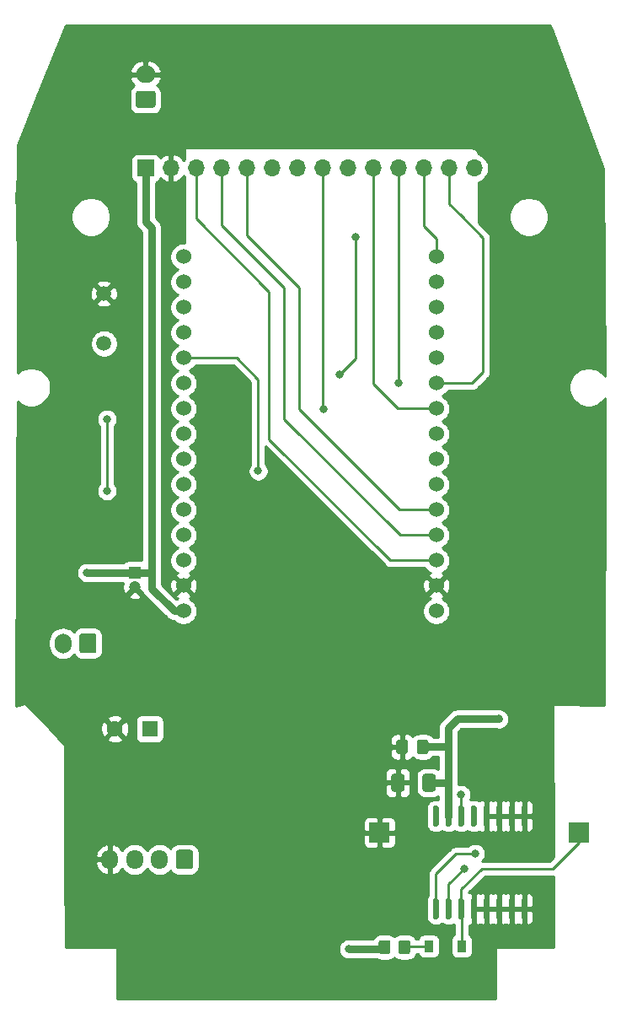
<source format=gbr>
%TF.GenerationSoftware,KiCad,Pcbnew,(5.1.10)-1*%
%TF.CreationDate,2023-09-30T19:16:06-07:00*%
%TF.ProjectId,PacmanClock_ESP32_SPI_v1_6,5061636d-616e-4436-9c6f-636b5f455350,1.6*%
%TF.SameCoordinates,Original*%
%TF.FileFunction,Copper,L2,Bot*%
%TF.FilePolarity,Positive*%
%FSLAX46Y46*%
G04 Gerber Fmt 4.6, Leading zero omitted, Abs format (unit mm)*
G04 Created by KiCad (PCBNEW (5.1.10)-1) date 2023-09-30 19:16:06*
%MOMM*%
%LPD*%
G01*
G04 APERTURE LIST*
%TA.AperFunction,ComponentPad*%
%ADD10R,2.000000X2.000000*%
%TD*%
%TA.AperFunction,ComponentPad*%
%ADD11C,1.600000*%
%TD*%
%TA.AperFunction,ComponentPad*%
%ADD12R,1.600000X1.600000*%
%TD*%
%TA.AperFunction,ComponentPad*%
%ADD13C,1.200000*%
%TD*%
%TA.AperFunction,ComponentPad*%
%ADD14R,1.200000X1.200000*%
%TD*%
%TA.AperFunction,ComponentPad*%
%ADD15C,1.524000*%
%TD*%
%TA.AperFunction,SMDPad,CuDef*%
%ADD16R,0.900000X1.200000*%
%TD*%
%TA.AperFunction,ComponentPad*%
%ADD17C,1.498600*%
%TD*%
%TA.AperFunction,ComponentPad*%
%ADD18O,2.000000X1.700000*%
%TD*%
%TA.AperFunction,ComponentPad*%
%ADD19O,1.700000X2.000000*%
%TD*%
%TA.AperFunction,ComponentPad*%
%ADD20O,1.700000X1.950000*%
%TD*%
%TA.AperFunction,ComponentPad*%
%ADD21O,1.700000X1.700000*%
%TD*%
%TA.AperFunction,ComponentPad*%
%ADD22R,1.700000X1.700000*%
%TD*%
%TA.AperFunction,ViaPad*%
%ADD23C,0.800000*%
%TD*%
%TA.AperFunction,Conductor*%
%ADD24C,0.250000*%
%TD*%
%TA.AperFunction,Conductor*%
%ADD25C,0.750000*%
%TD*%
%TA.AperFunction,Conductor*%
%ADD26C,0.254000*%
%TD*%
%TA.AperFunction,Conductor*%
%ADD27C,0.100000*%
%TD*%
G04 APERTURE END LIST*
D10*
%TO.P,BT1,1*%
%TO.N,Net-(BT1-Pad1)*%
X192000000Y-138700000D03*
%TO.P,BT1,2*%
%TO.N,GND*%
X172000000Y-138700000D03*
%TD*%
%TO.P,C4,2*%
%TO.N,GND*%
%TA.AperFunction,SMDPad,CuDef*%
G36*
G01*
X174500000Y-133049998D02*
X174500000Y-134350002D01*
G75*
G02*
X174250002Y-134600000I-249998J0D01*
G01*
X173424998Y-134600000D01*
G75*
G02*
X173175000Y-134350002I0J249998D01*
G01*
X173175000Y-133049998D01*
G75*
G02*
X173424998Y-132800000I249998J0D01*
G01*
X174250002Y-132800000D01*
G75*
G02*
X174500000Y-133049998I0J-249998D01*
G01*
G37*
%TD.AperFunction*%
%TO.P,C4,1*%
%TO.N,+3V3*%
%TA.AperFunction,SMDPad,CuDef*%
G36*
G01*
X177625000Y-133049998D02*
X177625000Y-134350002D01*
G75*
G02*
X177375002Y-134600000I-249998J0D01*
G01*
X176549998Y-134600000D01*
G75*
G02*
X176300000Y-134350002I0J249998D01*
G01*
X176300000Y-133049998D01*
G75*
G02*
X176549998Y-132800000I249998J0D01*
G01*
X177375002Y-132800000D01*
G75*
G02*
X177625000Y-133049998I0J-249998D01*
G01*
G37*
%TD.AperFunction*%
%TD*%
D11*
%TO.P,C3,2*%
%TO.N,GND*%
X145400000Y-128300000D03*
D12*
%TO.P,C3,1*%
%TO.N,+5V*%
X148900000Y-128300000D03*
%TD*%
D13*
%TO.P,C5,2*%
%TO.N,GND*%
X147400000Y-114100000D03*
D14*
%TO.P,C5,1*%
%TO.N,+5V*%
X147400000Y-112600000D03*
%TD*%
D15*
%TO.P,U2,30*%
%TO.N,/MOSI*%
X177700000Y-80900000D03*
%TO.P,U2,29*%
%TO.N,SCL*%
X177700000Y-83440000D03*
%TO.P,U2,28*%
%TO.N,Net-(U2-Pad28)*%
X177700000Y-85980000D03*
%TO.P,U2,27*%
%TO.N,Net-(U2-Pad27)*%
X177700000Y-88520000D03*
%TO.P,U2,26*%
%TO.N,SDA*%
X177700000Y-91060000D03*
%TO.P,U2,25*%
%TO.N,/MISO*%
X177700000Y-93600000D03*
%TO.P,U2,24*%
%TO.N,/SCK*%
X177700000Y-96140000D03*
%TO.P,U2,23*%
%TO.N,/TOUCH_CS*%
X177700000Y-98680000D03*
%TO.P,U2,22*%
%TO.N,Net-(U2-Pad22)*%
X177700000Y-101220000D03*
%TO.P,U2,21*%
%TO.N,Net-(U2-Pad21)*%
X177700000Y-103760000D03*
%TO.P,U2,20*%
%TO.N,/TFT_DC*%
X177700000Y-106300000D03*
%TO.P,U2,19*%
%TO.N,/TFT_RESET*%
X177700000Y-108840000D03*
%TO.P,U2,18*%
%TO.N,/TFT_CS*%
X177700000Y-111380000D03*
%TO.P,U2,17*%
%TO.N,GND*%
X177700000Y-113920000D03*
%TO.P,U2,16*%
%TO.N,+3V3*%
X177700000Y-116460000D03*
%TO.P,U2,1*%
%TO.N,Net-(U2-Pad1)*%
X152300000Y-80900000D03*
%TO.P,U2,15*%
%TO.N,+5V*%
X152300000Y-116460000D03*
%TO.P,U2,14*%
%TO.N,GND*%
X152300000Y-113920000D03*
%TO.P,U2,13*%
%TO.N,Net-(U2-Pad13)*%
X152300000Y-111380000D03*
%TO.P,U2,12*%
%TO.N,Net-(U2-Pad12)*%
X152300000Y-108840000D03*
%TO.P,U2,11*%
%TO.N,Net-(U2-Pad11)*%
X152300000Y-106300000D03*
%TO.P,U2,10*%
%TO.N,Net-(U2-Pad10)*%
X152300000Y-103760000D03*
%TO.P,U2,9*%
%TO.N,TFT_LED*%
X152300000Y-101220000D03*
%TO.P,U2,8*%
%TO.N,AudioOut*%
X152300000Y-98680000D03*
%TO.P,U2,7*%
%TO.N,TouchInt*%
X152300000Y-96140000D03*
%TO.P,U2,6*%
%TO.N,AudioMute*%
X152300000Y-93600000D03*
%TO.P,U2,5*%
%TO.N,RTC_INT*%
X152300000Y-91060000D03*
%TO.P,U2,4*%
%TO.N,Net-(R7-Pad2)*%
X152300000Y-88520000D03*
%TO.P,U2,3*%
%TO.N,Net-(J4-Pad1)*%
X152300000Y-85980000D03*
%TO.P,U2,2*%
%TO.N,Net-(U2-Pad2)*%
X152300000Y-83440000D03*
%TD*%
D16*
%TO.P,D1,2*%
%TO.N,Net-(D1-Pad2)*%
X176950000Y-150100000D03*
%TO.P,D1,1*%
%TO.N,Net-(BT1-Pad1)*%
X180250000Y-150100000D03*
%TD*%
%TO.P,C8,2*%
%TO.N,GND*%
%TA.AperFunction,SMDPad,CuDef*%
G36*
G01*
X174850000Y-129625000D02*
X174850000Y-130575000D01*
G75*
G02*
X174600000Y-130825000I-250000J0D01*
G01*
X173925000Y-130825000D01*
G75*
G02*
X173675000Y-130575000I0J250000D01*
G01*
X173675000Y-129625000D01*
G75*
G02*
X173925000Y-129375000I250000J0D01*
G01*
X174600000Y-129375000D01*
G75*
G02*
X174850000Y-129625000I0J-250000D01*
G01*
G37*
%TD.AperFunction*%
%TO.P,C8,1*%
%TO.N,+3V3*%
%TA.AperFunction,SMDPad,CuDef*%
G36*
G01*
X176925000Y-129625000D02*
X176925000Y-130575000D01*
G75*
G02*
X176675000Y-130825000I-250000J0D01*
G01*
X176000000Y-130825000D01*
G75*
G02*
X175750000Y-130575000I0J250000D01*
G01*
X175750000Y-129625000D01*
G75*
G02*
X176000000Y-129375000I250000J0D01*
G01*
X176675000Y-129375000D01*
G75*
G02*
X176925000Y-129625000I0J-250000D01*
G01*
G37*
%TD.AperFunction*%
%TD*%
%TO.P,R12,2*%
%TO.N,+5V*%
%TA.AperFunction,SMDPad,CuDef*%
G36*
G01*
X173100000Y-149749999D02*
X173100000Y-150650001D01*
G75*
G02*
X172850001Y-150900000I-249999J0D01*
G01*
X172149999Y-150900000D01*
G75*
G02*
X171900000Y-150650001I0J249999D01*
G01*
X171900000Y-149749999D01*
G75*
G02*
X172149999Y-149500000I249999J0D01*
G01*
X172850001Y-149500000D01*
G75*
G02*
X173100000Y-149749999I0J-249999D01*
G01*
G37*
%TD.AperFunction*%
%TO.P,R12,1*%
%TO.N,Net-(D1-Pad2)*%
%TA.AperFunction,SMDPad,CuDef*%
G36*
G01*
X175100000Y-149749999D02*
X175100000Y-150650001D01*
G75*
G02*
X174850001Y-150900000I-249999J0D01*
G01*
X174149999Y-150900000D01*
G75*
G02*
X173900000Y-150650001I0J249999D01*
G01*
X173900000Y-149749999D01*
G75*
G02*
X174149999Y-149500000I249999J0D01*
G01*
X174850001Y-149500000D01*
G75*
G02*
X175100000Y-149749999I0J-249999D01*
G01*
G37*
%TD.AperFunction*%
%TD*%
%TO.P,U3,16*%
%TO.N,SCL*%
%TA.AperFunction,SMDPad,CuDef*%
G36*
G01*
X177505000Y-145325000D02*
X177805000Y-145325000D01*
G75*
G02*
X177955000Y-145475000I0J-150000D01*
G01*
X177955000Y-147225000D01*
G75*
G02*
X177805000Y-147375000I-150000J0D01*
G01*
X177505000Y-147375000D01*
G75*
G02*
X177355000Y-147225000I0J150000D01*
G01*
X177355000Y-145475000D01*
G75*
G02*
X177505000Y-145325000I150000J0D01*
G01*
G37*
%TD.AperFunction*%
%TO.P,U3,15*%
%TO.N,SDA*%
%TA.AperFunction,SMDPad,CuDef*%
G36*
G01*
X178775000Y-145325000D02*
X179075000Y-145325000D01*
G75*
G02*
X179225000Y-145475000I0J-150000D01*
G01*
X179225000Y-147225000D01*
G75*
G02*
X179075000Y-147375000I-150000J0D01*
G01*
X178775000Y-147375000D01*
G75*
G02*
X178625000Y-147225000I0J150000D01*
G01*
X178625000Y-145475000D01*
G75*
G02*
X178775000Y-145325000I150000J0D01*
G01*
G37*
%TD.AperFunction*%
%TO.P,U3,14*%
%TO.N,Net-(BT1-Pad1)*%
%TA.AperFunction,SMDPad,CuDef*%
G36*
G01*
X180045000Y-145325000D02*
X180345000Y-145325000D01*
G75*
G02*
X180495000Y-145475000I0J-150000D01*
G01*
X180495000Y-147225000D01*
G75*
G02*
X180345000Y-147375000I-150000J0D01*
G01*
X180045000Y-147375000D01*
G75*
G02*
X179895000Y-147225000I0J150000D01*
G01*
X179895000Y-145475000D01*
G75*
G02*
X180045000Y-145325000I150000J0D01*
G01*
G37*
%TD.AperFunction*%
%TO.P,U3,13*%
%TO.N,GND*%
%TA.AperFunction,SMDPad,CuDef*%
G36*
G01*
X181315000Y-145325000D02*
X181615000Y-145325000D01*
G75*
G02*
X181765000Y-145475000I0J-150000D01*
G01*
X181765000Y-147225000D01*
G75*
G02*
X181615000Y-147375000I-150000J0D01*
G01*
X181315000Y-147375000D01*
G75*
G02*
X181165000Y-147225000I0J150000D01*
G01*
X181165000Y-145475000D01*
G75*
G02*
X181315000Y-145325000I150000J0D01*
G01*
G37*
%TD.AperFunction*%
%TO.P,U3,12*%
%TA.AperFunction,SMDPad,CuDef*%
G36*
G01*
X182585000Y-145325000D02*
X182885000Y-145325000D01*
G75*
G02*
X183035000Y-145475000I0J-150000D01*
G01*
X183035000Y-147225000D01*
G75*
G02*
X182885000Y-147375000I-150000J0D01*
G01*
X182585000Y-147375000D01*
G75*
G02*
X182435000Y-147225000I0J150000D01*
G01*
X182435000Y-145475000D01*
G75*
G02*
X182585000Y-145325000I150000J0D01*
G01*
G37*
%TD.AperFunction*%
%TO.P,U3,11*%
%TA.AperFunction,SMDPad,CuDef*%
G36*
G01*
X183855000Y-145325000D02*
X184155000Y-145325000D01*
G75*
G02*
X184305000Y-145475000I0J-150000D01*
G01*
X184305000Y-147225000D01*
G75*
G02*
X184155000Y-147375000I-150000J0D01*
G01*
X183855000Y-147375000D01*
G75*
G02*
X183705000Y-147225000I0J150000D01*
G01*
X183705000Y-145475000D01*
G75*
G02*
X183855000Y-145325000I150000J0D01*
G01*
G37*
%TD.AperFunction*%
%TO.P,U3,10*%
%TA.AperFunction,SMDPad,CuDef*%
G36*
G01*
X185125000Y-145325000D02*
X185425000Y-145325000D01*
G75*
G02*
X185575000Y-145475000I0J-150000D01*
G01*
X185575000Y-147225000D01*
G75*
G02*
X185425000Y-147375000I-150000J0D01*
G01*
X185125000Y-147375000D01*
G75*
G02*
X184975000Y-147225000I0J150000D01*
G01*
X184975000Y-145475000D01*
G75*
G02*
X185125000Y-145325000I150000J0D01*
G01*
G37*
%TD.AperFunction*%
%TO.P,U3,9*%
%TA.AperFunction,SMDPad,CuDef*%
G36*
G01*
X186395000Y-145325000D02*
X186695000Y-145325000D01*
G75*
G02*
X186845000Y-145475000I0J-150000D01*
G01*
X186845000Y-147225000D01*
G75*
G02*
X186695000Y-147375000I-150000J0D01*
G01*
X186395000Y-147375000D01*
G75*
G02*
X186245000Y-147225000I0J150000D01*
G01*
X186245000Y-145475000D01*
G75*
G02*
X186395000Y-145325000I150000J0D01*
G01*
G37*
%TD.AperFunction*%
%TO.P,U3,8*%
%TA.AperFunction,SMDPad,CuDef*%
G36*
G01*
X186395000Y-136025000D02*
X186695000Y-136025000D01*
G75*
G02*
X186845000Y-136175000I0J-150000D01*
G01*
X186845000Y-137925000D01*
G75*
G02*
X186695000Y-138075000I-150000J0D01*
G01*
X186395000Y-138075000D01*
G75*
G02*
X186245000Y-137925000I0J150000D01*
G01*
X186245000Y-136175000D01*
G75*
G02*
X186395000Y-136025000I150000J0D01*
G01*
G37*
%TD.AperFunction*%
%TO.P,U3,7*%
%TA.AperFunction,SMDPad,CuDef*%
G36*
G01*
X185125000Y-136025000D02*
X185425000Y-136025000D01*
G75*
G02*
X185575000Y-136175000I0J-150000D01*
G01*
X185575000Y-137925000D01*
G75*
G02*
X185425000Y-138075000I-150000J0D01*
G01*
X185125000Y-138075000D01*
G75*
G02*
X184975000Y-137925000I0J150000D01*
G01*
X184975000Y-136175000D01*
G75*
G02*
X185125000Y-136025000I150000J0D01*
G01*
G37*
%TD.AperFunction*%
%TO.P,U3,6*%
%TA.AperFunction,SMDPad,CuDef*%
G36*
G01*
X183855000Y-136025000D02*
X184155000Y-136025000D01*
G75*
G02*
X184305000Y-136175000I0J-150000D01*
G01*
X184305000Y-137925000D01*
G75*
G02*
X184155000Y-138075000I-150000J0D01*
G01*
X183855000Y-138075000D01*
G75*
G02*
X183705000Y-137925000I0J150000D01*
G01*
X183705000Y-136175000D01*
G75*
G02*
X183855000Y-136025000I150000J0D01*
G01*
G37*
%TD.AperFunction*%
%TO.P,U3,5*%
%TA.AperFunction,SMDPad,CuDef*%
G36*
G01*
X182585000Y-136025000D02*
X182885000Y-136025000D01*
G75*
G02*
X183035000Y-136175000I0J-150000D01*
G01*
X183035000Y-137925000D01*
G75*
G02*
X182885000Y-138075000I-150000J0D01*
G01*
X182585000Y-138075000D01*
G75*
G02*
X182435000Y-137925000I0J150000D01*
G01*
X182435000Y-136175000D01*
G75*
G02*
X182585000Y-136025000I150000J0D01*
G01*
G37*
%TD.AperFunction*%
%TO.P,U3,4*%
%TO.N,Net-(U3-Pad4)*%
%TA.AperFunction,SMDPad,CuDef*%
G36*
G01*
X181315000Y-136025000D02*
X181615000Y-136025000D01*
G75*
G02*
X181765000Y-136175000I0J-150000D01*
G01*
X181765000Y-137925000D01*
G75*
G02*
X181615000Y-138075000I-150000J0D01*
G01*
X181315000Y-138075000D01*
G75*
G02*
X181165000Y-137925000I0J150000D01*
G01*
X181165000Y-136175000D01*
G75*
G02*
X181315000Y-136025000I150000J0D01*
G01*
G37*
%TD.AperFunction*%
%TO.P,U3,3*%
%TO.N,RTC_INT*%
%TA.AperFunction,SMDPad,CuDef*%
G36*
G01*
X180045000Y-136025000D02*
X180345000Y-136025000D01*
G75*
G02*
X180495000Y-136175000I0J-150000D01*
G01*
X180495000Y-137925000D01*
G75*
G02*
X180345000Y-138075000I-150000J0D01*
G01*
X180045000Y-138075000D01*
G75*
G02*
X179895000Y-137925000I0J150000D01*
G01*
X179895000Y-136175000D01*
G75*
G02*
X180045000Y-136025000I150000J0D01*
G01*
G37*
%TD.AperFunction*%
%TO.P,U3,2*%
%TO.N,+3V3*%
%TA.AperFunction,SMDPad,CuDef*%
G36*
G01*
X178775000Y-136025000D02*
X179075000Y-136025000D01*
G75*
G02*
X179225000Y-136175000I0J-150000D01*
G01*
X179225000Y-137925000D01*
G75*
G02*
X179075000Y-138075000I-150000J0D01*
G01*
X178775000Y-138075000D01*
G75*
G02*
X178625000Y-137925000I0J150000D01*
G01*
X178625000Y-136175000D01*
G75*
G02*
X178775000Y-136025000I150000J0D01*
G01*
G37*
%TD.AperFunction*%
%TO.P,U3,1*%
%TO.N,Net-(U3-Pad1)*%
%TA.AperFunction,SMDPad,CuDef*%
G36*
G01*
X177505000Y-136025000D02*
X177805000Y-136025000D01*
G75*
G02*
X177955000Y-136175000I0J-150000D01*
G01*
X177955000Y-137925000D01*
G75*
G02*
X177805000Y-138075000I-150000J0D01*
G01*
X177505000Y-138075000D01*
G75*
G02*
X177355000Y-137925000I0J150000D01*
G01*
X177355000Y-136175000D01*
G75*
G02*
X177505000Y-136025000I150000J0D01*
G01*
G37*
%TD.AperFunction*%
%TD*%
D17*
%TO.P,SW1,2*%
%TO.N,Net-(R7-Pad2)*%
X144300000Y-89603800D03*
%TO.P,SW1,1*%
%TO.N,GND*%
X144300000Y-84600000D03*
%TD*%
D18*
%TO.P,J4,2*%
%TO.N,GND*%
X148500000Y-62600000D03*
%TO.P,J4,1*%
%TO.N,Net-(J4-Pad1)*%
%TA.AperFunction,ComponentPad*%
G36*
G01*
X149250000Y-65950000D02*
X147750000Y-65950000D01*
G75*
G02*
X147500000Y-65700000I0J250000D01*
G01*
X147500000Y-64500000D01*
G75*
G02*
X147750000Y-64250000I250000J0D01*
G01*
X149250000Y-64250000D01*
G75*
G02*
X149500000Y-64500000I0J-250000D01*
G01*
X149500000Y-65700000D01*
G75*
G02*
X149250000Y-65950000I-250000J0D01*
G01*
G37*
%TD.AperFunction*%
%TD*%
D19*
%TO.P,J3,2*%
%TO.N,Net-(J3-Pad2)*%
X140200000Y-119700000D03*
%TO.P,J3,1*%
%TO.N,Net-(J3-Pad1)*%
%TA.AperFunction,ComponentPad*%
G36*
G01*
X143550000Y-118950000D02*
X143550000Y-120450000D01*
G75*
G02*
X143300000Y-120700000I-250000J0D01*
G01*
X142100000Y-120700000D01*
G75*
G02*
X141850000Y-120450000I0J250000D01*
G01*
X141850000Y-118950000D01*
G75*
G02*
X142100000Y-118700000I250000J0D01*
G01*
X143300000Y-118700000D01*
G75*
G02*
X143550000Y-118950000I0J-250000D01*
G01*
G37*
%TD.AperFunction*%
%TD*%
D20*
%TO.P,J2,4*%
%TO.N,GND*%
X144900000Y-141400000D03*
%TO.P,J2,3*%
%TO.N,Net-(J2-Pad3)*%
X147400000Y-141400000D03*
%TO.P,J2,2*%
%TO.N,Net-(J2-Pad2)*%
X149900000Y-141400000D03*
%TO.P,J2,1*%
%TO.N,+5V*%
%TA.AperFunction,ComponentPad*%
G36*
G01*
X153250000Y-140675000D02*
X153250000Y-142125000D01*
G75*
G02*
X153000000Y-142375000I-250000J0D01*
G01*
X151800000Y-142375000D01*
G75*
G02*
X151550000Y-142125000I0J250000D01*
G01*
X151550000Y-140675000D01*
G75*
G02*
X151800000Y-140425000I250000J0D01*
G01*
X153000000Y-140425000D01*
G75*
G02*
X153250000Y-140675000I0J-250000D01*
G01*
G37*
%TD.AperFunction*%
%TD*%
D21*
%TO.P,J1,14*%
%TO.N,TouchInt*%
X181520000Y-72000000D03*
%TO.P,J1,13*%
%TO.N,/MISO*%
X178980000Y-72000000D03*
%TO.P,J1,12*%
%TO.N,/MOSI*%
X176440000Y-72000000D03*
%TO.P,J1,11*%
%TO.N,/TOUCH_CS*%
X173900000Y-72000000D03*
%TO.P,J1,10*%
%TO.N,/SCK*%
X171360000Y-72000000D03*
%TO.P,J1,9*%
%TO.N,Net-(J1-Pad9)*%
X168820000Y-72000000D03*
%TO.P,J1,8*%
%TO.N,TFT_LED*%
X166280000Y-72000000D03*
%TO.P,J1,7*%
%TO.N,/SCK*%
X163740000Y-72000000D03*
%TO.P,J1,6*%
%TO.N,/MOSI*%
X161200000Y-72000000D03*
%TO.P,J1,5*%
%TO.N,/TFT_DC*%
X158660000Y-72000000D03*
%TO.P,J1,4*%
%TO.N,/TFT_RESET*%
X156120000Y-72000000D03*
%TO.P,J1,3*%
%TO.N,/TFT_CS*%
X153580000Y-72000000D03*
%TO.P,J1,2*%
%TO.N,GND*%
X151040000Y-72000000D03*
D22*
%TO.P,J1,1*%
%TO.N,+5V*%
X148500000Y-72000000D03*
%TD*%
D23*
%TO.N,GND*%
X147000000Y-75700000D03*
X147000000Y-77000000D03*
X147000000Y-78200000D03*
X151000000Y-75700000D03*
X151000000Y-77000000D03*
X151000000Y-78200000D03*
X146900000Y-102000000D03*
X142100000Y-107600000D03*
X141000000Y-116200000D03*
%TO.N,+5V*%
X142600000Y-112600000D03*
X168900000Y-150400000D03*
%TO.N,/TOUCH_CS*%
X173900000Y-93600000D03*
%TO.N,TFT_LED*%
X166400000Y-96200000D03*
%TO.N,+3V3*%
X178925000Y-130024998D03*
X184000000Y-127300000D03*
%TO.N,AudioMute*%
X144600000Y-97200000D03*
X144600000Y-104400000D03*
%TO.N,TouchInt*%
X168000000Y-92700000D03*
X169600000Y-78900000D03*
%TO.N,SDA*%
X180500000Y-142300000D03*
%TO.N,SCL*%
X181600000Y-140800000D03*
%TO.N,RTC_INT*%
X180195000Y-134895000D03*
X159800000Y-102400000D03*
%TD*%
D24*
%TO.N,GND*%
X143400000Y-106900000D02*
X142200000Y-106900000D01*
X142200000Y-106600000D02*
X142200000Y-107900000D01*
X142000000Y-106900000D02*
X141100000Y-106900000D01*
D25*
%TO.N,+5V*%
X148500000Y-72000000D02*
X148500000Y-77400000D01*
X148500000Y-77400000D02*
X149100000Y-78000000D01*
X151360000Y-116460000D02*
X152300000Y-116460000D01*
X149100000Y-114200000D02*
X151360000Y-116460000D01*
X149000000Y-112600000D02*
X149100000Y-112500000D01*
X142600000Y-112600000D02*
X149000000Y-112600000D01*
X149100000Y-112500000D02*
X149100000Y-114200000D01*
X149100000Y-78000000D02*
X149100000Y-112500000D01*
X172300000Y-150400000D02*
X172500000Y-150200000D01*
X168900000Y-150400000D02*
X172300000Y-150400000D01*
D24*
%TO.N,/MISO*%
X178980000Y-72000000D02*
X178980000Y-75580000D01*
X177700000Y-93600000D02*
X181300000Y-93600000D01*
X181300000Y-93600000D02*
X182400000Y-92500000D01*
X182400000Y-79000000D02*
X180150000Y-76750000D01*
X182400000Y-92500000D02*
X182400000Y-79000000D01*
X180150000Y-76750000D02*
X180300000Y-76900000D01*
X178980000Y-75580000D02*
X180150000Y-76750000D01*
%TO.N,/MOSI*%
X177700000Y-80900000D02*
X177700000Y-79100000D01*
X176440000Y-77840000D02*
X176440000Y-72000000D01*
X177700000Y-79100000D02*
X176440000Y-77840000D01*
%TO.N,/TOUCH_CS*%
X173900000Y-72000000D02*
X173900000Y-93600000D01*
%TO.N,/SCK*%
X177700000Y-96140000D02*
X173840000Y-96140000D01*
X171360000Y-93660000D02*
X171360000Y-72000000D01*
X173840000Y-96140000D02*
X171360000Y-93660000D01*
%TO.N,TFT_LED*%
X166280000Y-96080000D02*
X166400000Y-96200000D01*
X166280000Y-72000000D02*
X166280000Y-96080000D01*
%TO.N,/TFT_DC*%
X177700000Y-106300000D02*
X174000000Y-106300000D01*
X174000000Y-106300000D02*
X163900000Y-96200000D01*
X163900000Y-96200000D02*
X163900000Y-84000000D01*
X163900000Y-84000000D02*
X158660000Y-78760000D01*
X158660000Y-78760000D02*
X158660000Y-72000000D01*
%TO.N,/TFT_RESET*%
X177700000Y-108840000D02*
X174040000Y-108840000D01*
X174040000Y-108840000D02*
X162400000Y-97200000D01*
X162400000Y-97200000D02*
X162400000Y-84000000D01*
X162400000Y-84000000D02*
X156120000Y-77720000D01*
X156120000Y-77720000D02*
X156120000Y-72000000D01*
%TO.N,/TFT_CS*%
X177700000Y-111380000D02*
X173080000Y-111380000D01*
X173080000Y-111380000D02*
X160900000Y-99200000D01*
X160900000Y-99200000D02*
X160900000Y-84400000D01*
X160900000Y-84400000D02*
X153580000Y-77080000D01*
X153580000Y-77080000D02*
X153580000Y-72000000D01*
D25*
%TO.N,+3V3*%
X178925000Y-133475000D02*
X178925000Y-130024998D01*
X178925000Y-137050000D02*
X178925000Y-133475000D01*
X178849998Y-130100000D02*
X178925000Y-130024998D01*
X176337500Y-130100000D02*
X178849998Y-130100000D01*
X184000000Y-127300000D02*
X179800000Y-127300000D01*
X178925000Y-128175000D02*
X178925000Y-130024998D01*
X179800000Y-127300000D02*
X178925000Y-128175000D01*
X178700000Y-133700000D02*
X178925000Y-133475000D01*
X176962500Y-133700000D02*
X178700000Y-133700000D01*
D24*
%TO.N,AudioMute*%
X144600000Y-97200000D02*
X144600000Y-104400000D01*
%TO.N,Net-(BT1-Pad1)*%
X180250000Y-146405000D02*
X180195000Y-146350000D01*
X180250000Y-150100000D02*
X180250000Y-146405000D01*
X192000000Y-139700000D02*
X192000000Y-138700000D01*
X189400000Y-142300000D02*
X192000000Y-139700000D01*
X182300000Y-142300000D02*
X189400000Y-142300000D01*
X180195000Y-144405000D02*
X182300000Y-142300000D01*
X180195000Y-146350000D02*
X180195000Y-144405000D01*
%TO.N,Net-(D1-Pad2)*%
X174600000Y-150100000D02*
X174500000Y-150200000D01*
X176950000Y-150100000D02*
X174600000Y-150100000D01*
%TO.N,TouchInt*%
X168000000Y-92700000D02*
X169600000Y-91100000D01*
X169600000Y-91100000D02*
X169600000Y-78900000D01*
%TO.N,SDA*%
X178925000Y-146350000D02*
X178925000Y-143875000D01*
X178925000Y-143875000D02*
X180500000Y-142300000D01*
%TO.N,SCL*%
X177655000Y-146350000D02*
X177655000Y-142845000D01*
X177655000Y-142845000D02*
X179700000Y-140800000D01*
X179700000Y-140800000D02*
X181600000Y-140800000D01*
%TO.N,RTC_INT*%
X180195000Y-137050000D02*
X180195000Y-134895000D01*
X152300000Y-91060000D02*
X157660000Y-91060000D01*
X157660000Y-91060000D02*
X159800000Y-93200000D01*
X159800000Y-93200000D02*
X159800000Y-102400000D01*
%TD*%
D26*
%TO.N,GND*%
X147490000Y-74595027D02*
X147490001Y-77350382D01*
X147485114Y-77400000D01*
X147504615Y-77597994D01*
X147562368Y-77788379D01*
X147609915Y-77877333D01*
X147656154Y-77963840D01*
X147782368Y-78117633D01*
X147820902Y-78149257D01*
X148090000Y-78418355D01*
X148090001Y-111370792D01*
X148000000Y-111361928D01*
X146800000Y-111361928D01*
X146675518Y-111374188D01*
X146555820Y-111410498D01*
X146445506Y-111469463D01*
X146348815Y-111548815D01*
X146315015Y-111590000D01*
X142827623Y-111590000D01*
X142701939Y-111565000D01*
X142498061Y-111565000D01*
X142298102Y-111604774D01*
X142109744Y-111682795D01*
X141940226Y-111796063D01*
X141796063Y-111940226D01*
X141682795Y-112109744D01*
X141604774Y-112298102D01*
X141565000Y-112498061D01*
X141565000Y-112701939D01*
X141604774Y-112901898D01*
X141682795Y-113090256D01*
X141796063Y-113259774D01*
X141940226Y-113403937D01*
X142109744Y-113517205D01*
X142298102Y-113595226D01*
X142498061Y-113635000D01*
X142701939Y-113635000D01*
X142827623Y-113610000D01*
X146266104Y-113610000D01*
X146225763Y-113698516D01*
X146170000Y-113935313D01*
X146161505Y-114178438D01*
X146200605Y-114418549D01*
X146285798Y-114646418D01*
X146326652Y-114722852D01*
X146550236Y-114770159D01*
X147220395Y-114100000D01*
X147206253Y-114085858D01*
X147385858Y-113906253D01*
X147400000Y-113920395D01*
X147414143Y-113906253D01*
X147593748Y-114085858D01*
X147579605Y-114100000D01*
X148249764Y-114770159D01*
X148259627Y-114768072D01*
X148382368Y-114917633D01*
X148420901Y-114949256D01*
X150610744Y-117139100D01*
X150642367Y-117177633D01*
X150796160Y-117303847D01*
X150971620Y-117397632D01*
X151162005Y-117455385D01*
X151336962Y-117472617D01*
X151409465Y-117545120D01*
X151638273Y-117698005D01*
X151892510Y-117803314D01*
X152162408Y-117857000D01*
X152437592Y-117857000D01*
X152707490Y-117803314D01*
X152961727Y-117698005D01*
X153190535Y-117545120D01*
X153385120Y-117350535D01*
X153538005Y-117121727D01*
X153643314Y-116867490D01*
X153697000Y-116597592D01*
X153697000Y-116322408D01*
X176303000Y-116322408D01*
X176303000Y-116597592D01*
X176356686Y-116867490D01*
X176461995Y-117121727D01*
X176614880Y-117350535D01*
X176809465Y-117545120D01*
X177038273Y-117698005D01*
X177292510Y-117803314D01*
X177562408Y-117857000D01*
X177837592Y-117857000D01*
X178107490Y-117803314D01*
X178361727Y-117698005D01*
X178590535Y-117545120D01*
X178785120Y-117350535D01*
X178938005Y-117121727D01*
X179043314Y-116867490D01*
X179097000Y-116597592D01*
X179097000Y-116322408D01*
X179043314Y-116052510D01*
X178938005Y-115798273D01*
X178785120Y-115569465D01*
X178590535Y-115374880D01*
X178361727Y-115221995D01*
X178290057Y-115192308D01*
X178303023Y-115187636D01*
X178418980Y-115125656D01*
X178485960Y-114885565D01*
X177700000Y-114099605D01*
X176914040Y-114885565D01*
X176981020Y-115125656D01*
X177116760Y-115189485D01*
X177038273Y-115221995D01*
X176809465Y-115374880D01*
X176614880Y-115569465D01*
X176461995Y-115798273D01*
X176356686Y-116052510D01*
X176303000Y-116322408D01*
X153697000Y-116322408D01*
X153643314Y-116052510D01*
X153538005Y-115798273D01*
X153385120Y-115569465D01*
X153190535Y-115374880D01*
X152961727Y-115221995D01*
X152890057Y-115192308D01*
X152903023Y-115187636D01*
X153018980Y-115125656D01*
X153085960Y-114885565D01*
X152300000Y-114099605D01*
X151514040Y-114885565D01*
X151581020Y-115125656D01*
X151716760Y-115189485D01*
X151638273Y-115221995D01*
X151585568Y-115257212D01*
X150320373Y-113992017D01*
X150898090Y-113992017D01*
X150939078Y-114264133D01*
X151032364Y-114523023D01*
X151094344Y-114638980D01*
X151334435Y-114705960D01*
X152120395Y-113920000D01*
X152479605Y-113920000D01*
X153265565Y-114705960D01*
X153505656Y-114638980D01*
X153622756Y-114389952D01*
X153689023Y-114122865D01*
X153695157Y-113992017D01*
X176298090Y-113992017D01*
X176339078Y-114264133D01*
X176432364Y-114523023D01*
X176494344Y-114638980D01*
X176734435Y-114705960D01*
X177520395Y-113920000D01*
X177879605Y-113920000D01*
X178665565Y-114705960D01*
X178905656Y-114638980D01*
X179022756Y-114389952D01*
X179089023Y-114122865D01*
X179101910Y-113847983D01*
X179060922Y-113575867D01*
X178967636Y-113316977D01*
X178905656Y-113201020D01*
X178665565Y-113134040D01*
X177879605Y-113920000D01*
X177520395Y-113920000D01*
X176734435Y-113134040D01*
X176494344Y-113201020D01*
X176377244Y-113450048D01*
X176310977Y-113717135D01*
X176298090Y-113992017D01*
X153695157Y-113992017D01*
X153701910Y-113847983D01*
X153660922Y-113575867D01*
X153567636Y-113316977D01*
X153505656Y-113201020D01*
X153265565Y-113134040D01*
X152479605Y-113920000D01*
X152120395Y-113920000D01*
X151334435Y-113134040D01*
X151094344Y-113201020D01*
X150977244Y-113450048D01*
X150910977Y-113717135D01*
X150898090Y-113992017D01*
X150320373Y-113992017D01*
X150110000Y-113781645D01*
X150110000Y-112549606D01*
X150114886Y-112500001D01*
X150110000Y-112450392D01*
X150110000Y-79527000D01*
X152041752Y-79527000D01*
X151892510Y-79556686D01*
X151638273Y-79661995D01*
X151409465Y-79814880D01*
X151214880Y-80009465D01*
X151061995Y-80238273D01*
X150956686Y-80492510D01*
X150903000Y-80762408D01*
X150903000Y-81037592D01*
X150956686Y-81307490D01*
X151061995Y-81561727D01*
X151214880Y-81790535D01*
X151409465Y-81985120D01*
X151638273Y-82138005D01*
X151715515Y-82170000D01*
X151638273Y-82201995D01*
X151409465Y-82354880D01*
X151214880Y-82549465D01*
X151061995Y-82778273D01*
X150956686Y-83032510D01*
X150903000Y-83302408D01*
X150903000Y-83577592D01*
X150956686Y-83847490D01*
X151061995Y-84101727D01*
X151214880Y-84330535D01*
X151409465Y-84525120D01*
X151638273Y-84678005D01*
X151715515Y-84710000D01*
X151638273Y-84741995D01*
X151409465Y-84894880D01*
X151214880Y-85089465D01*
X151061995Y-85318273D01*
X150956686Y-85572510D01*
X150903000Y-85842408D01*
X150903000Y-86117592D01*
X150956686Y-86387490D01*
X151061995Y-86641727D01*
X151214880Y-86870535D01*
X151409465Y-87065120D01*
X151638273Y-87218005D01*
X151715515Y-87250000D01*
X151638273Y-87281995D01*
X151409465Y-87434880D01*
X151214880Y-87629465D01*
X151061995Y-87858273D01*
X150956686Y-88112510D01*
X150903000Y-88382408D01*
X150903000Y-88657592D01*
X150956686Y-88927490D01*
X151061995Y-89181727D01*
X151214880Y-89410535D01*
X151409465Y-89605120D01*
X151638273Y-89758005D01*
X151715515Y-89790000D01*
X151638273Y-89821995D01*
X151409465Y-89974880D01*
X151214880Y-90169465D01*
X151061995Y-90398273D01*
X150956686Y-90652510D01*
X150903000Y-90922408D01*
X150903000Y-91197592D01*
X150956686Y-91467490D01*
X151061995Y-91721727D01*
X151214880Y-91950535D01*
X151409465Y-92145120D01*
X151638273Y-92298005D01*
X151715515Y-92330000D01*
X151638273Y-92361995D01*
X151409465Y-92514880D01*
X151214880Y-92709465D01*
X151061995Y-92938273D01*
X150956686Y-93192510D01*
X150903000Y-93462408D01*
X150903000Y-93737592D01*
X150956686Y-94007490D01*
X151061995Y-94261727D01*
X151214880Y-94490535D01*
X151409465Y-94685120D01*
X151638273Y-94838005D01*
X151715515Y-94870000D01*
X151638273Y-94901995D01*
X151409465Y-95054880D01*
X151214880Y-95249465D01*
X151061995Y-95478273D01*
X150956686Y-95732510D01*
X150903000Y-96002408D01*
X150903000Y-96277592D01*
X150956686Y-96547490D01*
X151061995Y-96801727D01*
X151214880Y-97030535D01*
X151409465Y-97225120D01*
X151638273Y-97378005D01*
X151715515Y-97410000D01*
X151638273Y-97441995D01*
X151409465Y-97594880D01*
X151214880Y-97789465D01*
X151061995Y-98018273D01*
X150956686Y-98272510D01*
X150903000Y-98542408D01*
X150903000Y-98817592D01*
X150956686Y-99087490D01*
X151061995Y-99341727D01*
X151214880Y-99570535D01*
X151409465Y-99765120D01*
X151638273Y-99918005D01*
X151715515Y-99950000D01*
X151638273Y-99981995D01*
X151409465Y-100134880D01*
X151214880Y-100329465D01*
X151061995Y-100558273D01*
X150956686Y-100812510D01*
X150903000Y-101082408D01*
X150903000Y-101357592D01*
X150956686Y-101627490D01*
X151061995Y-101881727D01*
X151214880Y-102110535D01*
X151409465Y-102305120D01*
X151638273Y-102458005D01*
X151715515Y-102490000D01*
X151638273Y-102521995D01*
X151409465Y-102674880D01*
X151214880Y-102869465D01*
X151061995Y-103098273D01*
X150956686Y-103352510D01*
X150903000Y-103622408D01*
X150903000Y-103897592D01*
X150956686Y-104167490D01*
X151061995Y-104421727D01*
X151214880Y-104650535D01*
X151409465Y-104845120D01*
X151638273Y-104998005D01*
X151715515Y-105030000D01*
X151638273Y-105061995D01*
X151409465Y-105214880D01*
X151214880Y-105409465D01*
X151061995Y-105638273D01*
X150956686Y-105892510D01*
X150903000Y-106162408D01*
X150903000Y-106437592D01*
X150956686Y-106707490D01*
X151061995Y-106961727D01*
X151214880Y-107190535D01*
X151409465Y-107385120D01*
X151638273Y-107538005D01*
X151715515Y-107570000D01*
X151638273Y-107601995D01*
X151409465Y-107754880D01*
X151214880Y-107949465D01*
X151061995Y-108178273D01*
X150956686Y-108432510D01*
X150903000Y-108702408D01*
X150903000Y-108977592D01*
X150956686Y-109247490D01*
X151061995Y-109501727D01*
X151214880Y-109730535D01*
X151409465Y-109925120D01*
X151638273Y-110078005D01*
X151715515Y-110110000D01*
X151638273Y-110141995D01*
X151409465Y-110294880D01*
X151214880Y-110489465D01*
X151061995Y-110718273D01*
X150956686Y-110972510D01*
X150903000Y-111242408D01*
X150903000Y-111517592D01*
X150956686Y-111787490D01*
X151061995Y-112041727D01*
X151214880Y-112270535D01*
X151409465Y-112465120D01*
X151638273Y-112618005D01*
X151709943Y-112647692D01*
X151696977Y-112652364D01*
X151581020Y-112714344D01*
X151514040Y-112954435D01*
X152300000Y-113740395D01*
X153085960Y-112954435D01*
X153018980Y-112714344D01*
X152883240Y-112650515D01*
X152961727Y-112618005D01*
X153190535Y-112465120D01*
X153385120Y-112270535D01*
X153538005Y-112041727D01*
X153643314Y-111787490D01*
X153697000Y-111517592D01*
X153697000Y-111242408D01*
X153643314Y-110972510D01*
X153538005Y-110718273D01*
X153385120Y-110489465D01*
X153190535Y-110294880D01*
X152961727Y-110141995D01*
X152884485Y-110110000D01*
X152961727Y-110078005D01*
X153190535Y-109925120D01*
X153385120Y-109730535D01*
X153538005Y-109501727D01*
X153643314Y-109247490D01*
X153697000Y-108977592D01*
X153697000Y-108702408D01*
X153643314Y-108432510D01*
X153538005Y-108178273D01*
X153385120Y-107949465D01*
X153190535Y-107754880D01*
X152961727Y-107601995D01*
X152884485Y-107570000D01*
X152961727Y-107538005D01*
X153190535Y-107385120D01*
X153385120Y-107190535D01*
X153538005Y-106961727D01*
X153643314Y-106707490D01*
X153697000Y-106437592D01*
X153697000Y-106162408D01*
X153643314Y-105892510D01*
X153538005Y-105638273D01*
X153385120Y-105409465D01*
X153190535Y-105214880D01*
X152961727Y-105061995D01*
X152884485Y-105030000D01*
X152961727Y-104998005D01*
X153190535Y-104845120D01*
X153385120Y-104650535D01*
X153538005Y-104421727D01*
X153643314Y-104167490D01*
X153697000Y-103897592D01*
X153697000Y-103622408D01*
X153643314Y-103352510D01*
X153538005Y-103098273D01*
X153385120Y-102869465D01*
X153190535Y-102674880D01*
X152961727Y-102521995D01*
X152884485Y-102490000D01*
X152961727Y-102458005D01*
X153190535Y-102305120D01*
X153385120Y-102110535D01*
X153538005Y-101881727D01*
X153643314Y-101627490D01*
X153697000Y-101357592D01*
X153697000Y-101082408D01*
X153643314Y-100812510D01*
X153538005Y-100558273D01*
X153385120Y-100329465D01*
X153190535Y-100134880D01*
X152961727Y-99981995D01*
X152884485Y-99950000D01*
X152961727Y-99918005D01*
X153190535Y-99765120D01*
X153385120Y-99570535D01*
X153538005Y-99341727D01*
X153643314Y-99087490D01*
X153697000Y-98817592D01*
X153697000Y-98542408D01*
X153643314Y-98272510D01*
X153538005Y-98018273D01*
X153385120Y-97789465D01*
X153190535Y-97594880D01*
X152961727Y-97441995D01*
X152884485Y-97410000D01*
X152961727Y-97378005D01*
X153190535Y-97225120D01*
X153385120Y-97030535D01*
X153538005Y-96801727D01*
X153643314Y-96547490D01*
X153697000Y-96277592D01*
X153697000Y-96002408D01*
X153643314Y-95732510D01*
X153538005Y-95478273D01*
X153385120Y-95249465D01*
X153190535Y-95054880D01*
X152961727Y-94901995D01*
X152884485Y-94870000D01*
X152961727Y-94838005D01*
X153190535Y-94685120D01*
X153385120Y-94490535D01*
X153538005Y-94261727D01*
X153643314Y-94007490D01*
X153697000Y-93737592D01*
X153697000Y-93462408D01*
X153643314Y-93192510D01*
X153538005Y-92938273D01*
X153385120Y-92709465D01*
X153190535Y-92514880D01*
X152961727Y-92361995D01*
X152884485Y-92330000D01*
X152961727Y-92298005D01*
X153190535Y-92145120D01*
X153385120Y-91950535D01*
X153472341Y-91820000D01*
X157345199Y-91820000D01*
X159040000Y-93514802D01*
X159040001Y-101696288D01*
X158996063Y-101740226D01*
X158882795Y-101909744D01*
X158804774Y-102098102D01*
X158765000Y-102298061D01*
X158765000Y-102501939D01*
X158804774Y-102701898D01*
X158882795Y-102890256D01*
X158996063Y-103059774D01*
X159140226Y-103203937D01*
X159309744Y-103317205D01*
X159498102Y-103395226D01*
X159698061Y-103435000D01*
X159901939Y-103435000D01*
X160101898Y-103395226D01*
X160290256Y-103317205D01*
X160459774Y-103203937D01*
X160603937Y-103059774D01*
X160717205Y-102890256D01*
X160795226Y-102701898D01*
X160835000Y-102501939D01*
X160835000Y-102298061D01*
X160795226Y-102098102D01*
X160717205Y-101909744D01*
X160603937Y-101740226D01*
X160560000Y-101696289D01*
X160560000Y-99934801D01*
X172516201Y-111891003D01*
X172539999Y-111920001D01*
X172655724Y-112014974D01*
X172787753Y-112085546D01*
X172931014Y-112129003D01*
X173042667Y-112140000D01*
X173042676Y-112140000D01*
X173079999Y-112143676D01*
X173117322Y-112140000D01*
X176527659Y-112140000D01*
X176614880Y-112270535D01*
X176809465Y-112465120D01*
X177038273Y-112618005D01*
X177109943Y-112647692D01*
X177096977Y-112652364D01*
X176981020Y-112714344D01*
X176914040Y-112954435D01*
X177700000Y-113740395D01*
X178485960Y-112954435D01*
X178418980Y-112714344D01*
X178283240Y-112650515D01*
X178361727Y-112618005D01*
X178590535Y-112465120D01*
X178785120Y-112270535D01*
X178938005Y-112041727D01*
X179043314Y-111787490D01*
X179097000Y-111517592D01*
X179097000Y-111242408D01*
X179043314Y-110972510D01*
X178938005Y-110718273D01*
X178785120Y-110489465D01*
X178590535Y-110294880D01*
X178361727Y-110141995D01*
X178284485Y-110110000D01*
X178361727Y-110078005D01*
X178590535Y-109925120D01*
X178785120Y-109730535D01*
X178938005Y-109501727D01*
X179043314Y-109247490D01*
X179097000Y-108977592D01*
X179097000Y-108702408D01*
X179043314Y-108432510D01*
X178938005Y-108178273D01*
X178785120Y-107949465D01*
X178590535Y-107754880D01*
X178361727Y-107601995D01*
X178284485Y-107570000D01*
X178361727Y-107538005D01*
X178590535Y-107385120D01*
X178785120Y-107190535D01*
X178938005Y-106961727D01*
X179043314Y-106707490D01*
X179097000Y-106437592D01*
X179097000Y-106162408D01*
X179043314Y-105892510D01*
X178938005Y-105638273D01*
X178785120Y-105409465D01*
X178590535Y-105214880D01*
X178361727Y-105061995D01*
X178284485Y-105030000D01*
X178361727Y-104998005D01*
X178590535Y-104845120D01*
X178785120Y-104650535D01*
X178938005Y-104421727D01*
X179043314Y-104167490D01*
X179097000Y-103897592D01*
X179097000Y-103622408D01*
X179043314Y-103352510D01*
X178938005Y-103098273D01*
X178785120Y-102869465D01*
X178590535Y-102674880D01*
X178361727Y-102521995D01*
X178284485Y-102490000D01*
X178361727Y-102458005D01*
X178590535Y-102305120D01*
X178785120Y-102110535D01*
X178938005Y-101881727D01*
X179043314Y-101627490D01*
X179097000Y-101357592D01*
X179097000Y-101082408D01*
X179043314Y-100812510D01*
X178938005Y-100558273D01*
X178785120Y-100329465D01*
X178590535Y-100134880D01*
X178361727Y-99981995D01*
X178284485Y-99950000D01*
X178361727Y-99918005D01*
X178590535Y-99765120D01*
X178785120Y-99570535D01*
X178938005Y-99341727D01*
X179043314Y-99087490D01*
X179097000Y-98817592D01*
X179097000Y-98542408D01*
X179043314Y-98272510D01*
X178938005Y-98018273D01*
X178785120Y-97789465D01*
X178590535Y-97594880D01*
X178361727Y-97441995D01*
X178284485Y-97410000D01*
X178361727Y-97378005D01*
X178590535Y-97225120D01*
X178785120Y-97030535D01*
X178938005Y-96801727D01*
X179043314Y-96547490D01*
X179097000Y-96277592D01*
X179097000Y-96002408D01*
X179043314Y-95732510D01*
X178938005Y-95478273D01*
X178785120Y-95249465D01*
X178590535Y-95054880D01*
X178361727Y-94901995D01*
X178284485Y-94870000D01*
X178361727Y-94838005D01*
X178590535Y-94685120D01*
X178785120Y-94490535D01*
X178872341Y-94360000D01*
X181262678Y-94360000D01*
X181300000Y-94363676D01*
X181337322Y-94360000D01*
X181337333Y-94360000D01*
X181448986Y-94349003D01*
X181592247Y-94305546D01*
X181724276Y-94234974D01*
X181840001Y-94140001D01*
X181863804Y-94110998D01*
X182079561Y-93895241D01*
X182086771Y-99000179D01*
X182089246Y-99024952D01*
X182096507Y-99048766D01*
X182108274Y-99070706D01*
X182124095Y-99089929D01*
X182143363Y-99105696D01*
X182165336Y-99117401D01*
X182189170Y-99124595D01*
X182213771Y-99127000D01*
X194672529Y-99127000D01*
X194573471Y-125872571D01*
X189566083Y-125855605D01*
X189541299Y-125857961D01*
X189517450Y-125865107D01*
X189495454Y-125876769D01*
X189476155Y-125892498D01*
X189460296Y-125911689D01*
X189448486Y-125933606D01*
X189441178Y-125957406D01*
X189438653Y-125982783D01*
X189460097Y-141165102D01*
X189085199Y-141540000D01*
X182337333Y-141540000D01*
X182324932Y-141538779D01*
X182403937Y-141459774D01*
X182517205Y-141290256D01*
X182595226Y-141101898D01*
X182635000Y-140901939D01*
X182635000Y-140698061D01*
X182595226Y-140498102D01*
X182517205Y-140309744D01*
X182403937Y-140140226D01*
X182259774Y-139996063D01*
X182090256Y-139882795D01*
X181901898Y-139804774D01*
X181701939Y-139765000D01*
X181498061Y-139765000D01*
X181298102Y-139804774D01*
X181109744Y-139882795D01*
X180940226Y-139996063D01*
X180896289Y-140040000D01*
X179737325Y-140040000D01*
X179700000Y-140036324D01*
X179662675Y-140040000D01*
X179662667Y-140040000D01*
X179551014Y-140050997D01*
X179407753Y-140094454D01*
X179275724Y-140165026D01*
X179159999Y-140259999D01*
X179136201Y-140288997D01*
X177143998Y-142281201D01*
X177115000Y-142304999D01*
X177091202Y-142333997D01*
X177091201Y-142333998D01*
X177020026Y-142420724D01*
X176949454Y-142552754D01*
X176905998Y-142696015D01*
X176891324Y-142845000D01*
X176895001Y-142882332D01*
X176895000Y-144982023D01*
X176849742Y-145037171D01*
X176776916Y-145173418D01*
X176732071Y-145321255D01*
X176716928Y-145475000D01*
X176716928Y-147225000D01*
X176732071Y-147378745D01*
X176776916Y-147526582D01*
X176849742Y-147662829D01*
X176947749Y-147782251D01*
X177067171Y-147880258D01*
X177203418Y-147953084D01*
X177351255Y-147997929D01*
X177505000Y-148013072D01*
X177805000Y-148013072D01*
X177958745Y-147997929D01*
X178106582Y-147953084D01*
X178242829Y-147880258D01*
X178290000Y-147841546D01*
X178337171Y-147880258D01*
X178473418Y-147953084D01*
X178621255Y-147997929D01*
X178775000Y-148013072D01*
X179075000Y-148013072D01*
X179228745Y-147997929D01*
X179376582Y-147953084D01*
X179490001Y-147892460D01*
X179490000Y-148945680D01*
X179445506Y-148969463D01*
X179348815Y-149048815D01*
X179269463Y-149145506D01*
X179210498Y-149255820D01*
X179174188Y-149375518D01*
X179161928Y-149500000D01*
X179161928Y-150700000D01*
X179174188Y-150824482D01*
X179210498Y-150944180D01*
X179269463Y-151054494D01*
X179348815Y-151151185D01*
X179445506Y-151230537D01*
X179555820Y-151289502D01*
X179675518Y-151325812D01*
X179800000Y-151338072D01*
X180700000Y-151338072D01*
X180824482Y-151325812D01*
X180944180Y-151289502D01*
X181054494Y-151230537D01*
X181151185Y-151151185D01*
X181230537Y-151054494D01*
X181289502Y-150944180D01*
X181325812Y-150824482D01*
X181338072Y-150700000D01*
X181338072Y-149500000D01*
X181325812Y-149375518D01*
X181289502Y-149255820D01*
X181230537Y-149145506D01*
X181151185Y-149048815D01*
X181054494Y-148969463D01*
X181010000Y-148945680D01*
X181010000Y-147991554D01*
X181040518Y-148000812D01*
X181165000Y-148013072D01*
X181179250Y-148010000D01*
X181338000Y-147851250D01*
X181338000Y-146477000D01*
X181592000Y-146477000D01*
X181592000Y-147851250D01*
X181750750Y-148010000D01*
X181765000Y-148013072D01*
X181889482Y-148000812D01*
X182009180Y-147964502D01*
X182100000Y-147915957D01*
X182190820Y-147964502D01*
X182310518Y-148000812D01*
X182435000Y-148013072D01*
X182449250Y-148010000D01*
X182608000Y-147851250D01*
X182608000Y-146477000D01*
X182862000Y-146477000D01*
X182862000Y-147851250D01*
X183020750Y-148010000D01*
X183035000Y-148013072D01*
X183159482Y-148000812D01*
X183279180Y-147964502D01*
X183370000Y-147915957D01*
X183460820Y-147964502D01*
X183580518Y-148000812D01*
X183705000Y-148013072D01*
X183719250Y-148010000D01*
X183878000Y-147851250D01*
X183878000Y-146477000D01*
X184132000Y-146477000D01*
X184132000Y-147851250D01*
X184290750Y-148010000D01*
X184305000Y-148013072D01*
X184429482Y-148000812D01*
X184549180Y-147964502D01*
X184640000Y-147915957D01*
X184730820Y-147964502D01*
X184850518Y-148000812D01*
X184975000Y-148013072D01*
X184989250Y-148010000D01*
X185148000Y-147851250D01*
X185148000Y-146477000D01*
X185402000Y-146477000D01*
X185402000Y-147851250D01*
X185560750Y-148010000D01*
X185575000Y-148013072D01*
X185699482Y-148000812D01*
X185819180Y-147964502D01*
X185910000Y-147915957D01*
X186000820Y-147964502D01*
X186120518Y-148000812D01*
X186245000Y-148013072D01*
X186259250Y-148010000D01*
X186418000Y-147851250D01*
X186418000Y-146477000D01*
X186672000Y-146477000D01*
X186672000Y-147851250D01*
X186830750Y-148010000D01*
X186845000Y-148013072D01*
X186969482Y-148000812D01*
X187089180Y-147964502D01*
X187199494Y-147905537D01*
X187296185Y-147826185D01*
X187375537Y-147729494D01*
X187434502Y-147619180D01*
X187470812Y-147499482D01*
X187483072Y-147375000D01*
X187480000Y-146635750D01*
X187321250Y-146477000D01*
X186672000Y-146477000D01*
X186418000Y-146477000D01*
X185402000Y-146477000D01*
X185148000Y-146477000D01*
X184132000Y-146477000D01*
X183878000Y-146477000D01*
X182862000Y-146477000D01*
X182608000Y-146477000D01*
X181592000Y-146477000D01*
X181338000Y-146477000D01*
X181318000Y-146477000D01*
X181318000Y-146223000D01*
X181338000Y-146223000D01*
X181338000Y-144848750D01*
X181592000Y-144848750D01*
X181592000Y-146223000D01*
X182608000Y-146223000D01*
X182608000Y-144848750D01*
X182862000Y-144848750D01*
X182862000Y-146223000D01*
X183878000Y-146223000D01*
X183878000Y-144848750D01*
X184132000Y-144848750D01*
X184132000Y-146223000D01*
X185148000Y-146223000D01*
X185148000Y-144848750D01*
X185402000Y-144848750D01*
X185402000Y-146223000D01*
X186418000Y-146223000D01*
X186418000Y-144848750D01*
X186672000Y-144848750D01*
X186672000Y-146223000D01*
X187321250Y-146223000D01*
X187480000Y-146064250D01*
X187483072Y-145325000D01*
X187470812Y-145200518D01*
X187434502Y-145080820D01*
X187375537Y-144970506D01*
X187296185Y-144873815D01*
X187199494Y-144794463D01*
X187089180Y-144735498D01*
X186969482Y-144699188D01*
X186845000Y-144686928D01*
X186830750Y-144690000D01*
X186672000Y-144848750D01*
X186418000Y-144848750D01*
X186259250Y-144690000D01*
X186245000Y-144686928D01*
X186120518Y-144699188D01*
X186000820Y-144735498D01*
X185910000Y-144784043D01*
X185819180Y-144735498D01*
X185699482Y-144699188D01*
X185575000Y-144686928D01*
X185560750Y-144690000D01*
X185402000Y-144848750D01*
X185148000Y-144848750D01*
X184989250Y-144690000D01*
X184975000Y-144686928D01*
X184850518Y-144699188D01*
X184730820Y-144735498D01*
X184640000Y-144784043D01*
X184549180Y-144735498D01*
X184429482Y-144699188D01*
X184305000Y-144686928D01*
X184290750Y-144690000D01*
X184132000Y-144848750D01*
X183878000Y-144848750D01*
X183719250Y-144690000D01*
X183705000Y-144686928D01*
X183580518Y-144699188D01*
X183460820Y-144735498D01*
X183370000Y-144784043D01*
X183279180Y-144735498D01*
X183159482Y-144699188D01*
X183035000Y-144686928D01*
X183020750Y-144690000D01*
X182862000Y-144848750D01*
X182608000Y-144848750D01*
X182449250Y-144690000D01*
X182435000Y-144686928D01*
X182310518Y-144699188D01*
X182190820Y-144735498D01*
X182100000Y-144784043D01*
X182009180Y-144735498D01*
X181889482Y-144699188D01*
X181765000Y-144686928D01*
X181750750Y-144690000D01*
X181592000Y-144848750D01*
X181338000Y-144848750D01*
X181179250Y-144690000D01*
X181165000Y-144686928D01*
X181040518Y-144699188D01*
X180955000Y-144725130D01*
X180955000Y-144719801D01*
X182614802Y-143060000D01*
X189362678Y-143060000D01*
X189400000Y-143063676D01*
X189437322Y-143060000D01*
X189437333Y-143060000D01*
X189462770Y-143057495D01*
X189472820Y-150173000D01*
X183800000Y-150173000D01*
X183775224Y-150175440D01*
X183751399Y-150182667D01*
X183729443Y-150194403D01*
X183710197Y-150210197D01*
X183694403Y-150229443D01*
X183682667Y-150251399D01*
X183675440Y-150275224D01*
X183673000Y-150300000D01*
X183673000Y-155340000D01*
X155227000Y-155340000D01*
X155227000Y-150300000D01*
X155226810Y-150298061D01*
X167865000Y-150298061D01*
X167865000Y-150501939D01*
X167904774Y-150701898D01*
X167982795Y-150890256D01*
X168096063Y-151059774D01*
X168240226Y-151203937D01*
X168409744Y-151317205D01*
X168598102Y-151395226D01*
X168798061Y-151435000D01*
X169001939Y-151435000D01*
X169127623Y-151410000D01*
X171697014Y-151410000D01*
X171810149Y-151470472D01*
X171976745Y-151521008D01*
X172149999Y-151538072D01*
X172850001Y-151538072D01*
X173023255Y-151521008D01*
X173189851Y-151470472D01*
X173343387Y-151388405D01*
X173477962Y-151277962D01*
X173500000Y-151251109D01*
X173522038Y-151277962D01*
X173656613Y-151388405D01*
X173810149Y-151470472D01*
X173976745Y-151521008D01*
X174149999Y-151538072D01*
X174850001Y-151538072D01*
X175023255Y-151521008D01*
X175189851Y-151470472D01*
X175343387Y-151388405D01*
X175477962Y-151277962D01*
X175588405Y-151143387D01*
X175670472Y-150989851D01*
X175709862Y-150860000D01*
X175884962Y-150860000D01*
X175910498Y-150944180D01*
X175969463Y-151054494D01*
X176048815Y-151151185D01*
X176145506Y-151230537D01*
X176255820Y-151289502D01*
X176375518Y-151325812D01*
X176500000Y-151338072D01*
X177400000Y-151338072D01*
X177524482Y-151325812D01*
X177644180Y-151289502D01*
X177754494Y-151230537D01*
X177851185Y-151151185D01*
X177930537Y-151054494D01*
X177989502Y-150944180D01*
X178025812Y-150824482D01*
X178038072Y-150700000D01*
X178038072Y-149500000D01*
X178025812Y-149375518D01*
X177989502Y-149255820D01*
X177930537Y-149145506D01*
X177851185Y-149048815D01*
X177754494Y-148969463D01*
X177644180Y-148910498D01*
X177524482Y-148874188D01*
X177400000Y-148861928D01*
X176500000Y-148861928D01*
X176375518Y-148874188D01*
X176255820Y-148910498D01*
X176145506Y-148969463D01*
X176048815Y-149048815D01*
X175969463Y-149145506D01*
X175910498Y-149255820D01*
X175884962Y-149340000D01*
X175632976Y-149340000D01*
X175588405Y-149256613D01*
X175477962Y-149122038D01*
X175343387Y-149011595D01*
X175189851Y-148929528D01*
X175023255Y-148878992D01*
X174850001Y-148861928D01*
X174149999Y-148861928D01*
X173976745Y-148878992D01*
X173810149Y-148929528D01*
X173656613Y-149011595D01*
X173522038Y-149122038D01*
X173500000Y-149148891D01*
X173477962Y-149122038D01*
X173343387Y-149011595D01*
X173189851Y-148929528D01*
X173023255Y-148878992D01*
X172850001Y-148861928D01*
X172149999Y-148861928D01*
X171976745Y-148878992D01*
X171810149Y-148929528D01*
X171656613Y-149011595D01*
X171522038Y-149122038D01*
X171411595Y-149256613D01*
X171340298Y-149390000D01*
X169127623Y-149390000D01*
X169001939Y-149365000D01*
X168798061Y-149365000D01*
X168598102Y-149404774D01*
X168409744Y-149482795D01*
X168240226Y-149596063D01*
X168096063Y-149740226D01*
X167982795Y-149909744D01*
X167904774Y-150098102D01*
X167865000Y-150298061D01*
X155226810Y-150298061D01*
X155224560Y-150275224D01*
X155217333Y-150251399D01*
X155205597Y-150229443D01*
X155189803Y-150210197D01*
X155170557Y-150194403D01*
X155148601Y-150182667D01*
X155124776Y-150175440D01*
X155100000Y-150173000D01*
X140426851Y-150173000D01*
X140416989Y-141759267D01*
X143433680Y-141759267D01*
X143507558Y-142040830D01*
X143634947Y-142302570D01*
X143810951Y-142534429D01*
X144028807Y-142727496D01*
X144280142Y-142874352D01*
X144543110Y-142966476D01*
X144773000Y-142845155D01*
X144773000Y-141527000D01*
X143573835Y-141527000D01*
X143433680Y-141759267D01*
X140416989Y-141759267D01*
X140416147Y-141040733D01*
X143433680Y-141040733D01*
X143573835Y-141273000D01*
X144773000Y-141273000D01*
X144773000Y-139954845D01*
X145027000Y-139954845D01*
X145027000Y-141273000D01*
X145047000Y-141273000D01*
X145047000Y-141527000D01*
X145027000Y-141527000D01*
X145027000Y-142845155D01*
X145256890Y-142966476D01*
X145519858Y-142874352D01*
X145771193Y-142727496D01*
X145989049Y-142534429D01*
X146145538Y-142328278D01*
X146159294Y-142354013D01*
X146344866Y-142580134D01*
X146570986Y-142765706D01*
X146828966Y-142903599D01*
X147108889Y-142988513D01*
X147400000Y-143017185D01*
X147691110Y-142988513D01*
X147971033Y-142903599D01*
X148229013Y-142765706D01*
X148455134Y-142580134D01*
X148640706Y-142354014D01*
X148650000Y-142336626D01*
X148659294Y-142354013D01*
X148844866Y-142580134D01*
X149070986Y-142765706D01*
X149328966Y-142903599D01*
X149608889Y-142988513D01*
X149900000Y-143017185D01*
X150191110Y-142988513D01*
X150471033Y-142903599D01*
X150729013Y-142765706D01*
X150955134Y-142580134D01*
X151007223Y-142516663D01*
X151061595Y-142618386D01*
X151172038Y-142752962D01*
X151306614Y-142863405D01*
X151460150Y-142945472D01*
X151626746Y-142996008D01*
X151800000Y-143013072D01*
X153000000Y-143013072D01*
X153173254Y-142996008D01*
X153339850Y-142945472D01*
X153493386Y-142863405D01*
X153627962Y-142752962D01*
X153738405Y-142618386D01*
X153820472Y-142464850D01*
X153871008Y-142298254D01*
X153888072Y-142125000D01*
X153888072Y-140675000D01*
X153871008Y-140501746D01*
X153820472Y-140335150D01*
X153738405Y-140181614D01*
X153627962Y-140047038D01*
X153493386Y-139936595D01*
X153339850Y-139854528D01*
X153173254Y-139803992D01*
X153000000Y-139786928D01*
X151800000Y-139786928D01*
X151626746Y-139803992D01*
X151460150Y-139854528D01*
X151306614Y-139936595D01*
X151172038Y-140047038D01*
X151061595Y-140181614D01*
X151007223Y-140283337D01*
X150955134Y-140219866D01*
X150729014Y-140034294D01*
X150471034Y-139896401D01*
X150191111Y-139811487D01*
X149900000Y-139782815D01*
X149608890Y-139811487D01*
X149328967Y-139896401D01*
X149070987Y-140034294D01*
X148844866Y-140219866D01*
X148659294Y-140445986D01*
X148650000Y-140463374D01*
X148640706Y-140445986D01*
X148455134Y-140219866D01*
X148229014Y-140034294D01*
X147971034Y-139896401D01*
X147691111Y-139811487D01*
X147400000Y-139782815D01*
X147108890Y-139811487D01*
X146828967Y-139896401D01*
X146570987Y-140034294D01*
X146344866Y-140219866D01*
X146159294Y-140445986D01*
X146145538Y-140471722D01*
X145989049Y-140265571D01*
X145771193Y-140072504D01*
X145519858Y-139925648D01*
X145256890Y-139833524D01*
X145027000Y-139954845D01*
X144773000Y-139954845D01*
X144543110Y-139833524D01*
X144280142Y-139925648D01*
X144028807Y-140072504D01*
X143810951Y-140265571D01*
X143634947Y-140497430D01*
X143507558Y-140759170D01*
X143433680Y-141040733D01*
X140416147Y-141040733D01*
X140414576Y-139700000D01*
X170361928Y-139700000D01*
X170374188Y-139824482D01*
X170410498Y-139944180D01*
X170469463Y-140054494D01*
X170548815Y-140151185D01*
X170645506Y-140230537D01*
X170755820Y-140289502D01*
X170875518Y-140325812D01*
X171000000Y-140338072D01*
X171714250Y-140335000D01*
X171873000Y-140176250D01*
X171873000Y-138827000D01*
X172127000Y-138827000D01*
X172127000Y-140176250D01*
X172285750Y-140335000D01*
X173000000Y-140338072D01*
X173124482Y-140325812D01*
X173244180Y-140289502D01*
X173354494Y-140230537D01*
X173451185Y-140151185D01*
X173530537Y-140054494D01*
X173589502Y-139944180D01*
X173625812Y-139824482D01*
X173638072Y-139700000D01*
X173635000Y-138985750D01*
X173476250Y-138827000D01*
X172127000Y-138827000D01*
X171873000Y-138827000D01*
X170523750Y-138827000D01*
X170365000Y-138985750D01*
X170361928Y-139700000D01*
X140414576Y-139700000D01*
X140412232Y-137700000D01*
X170361928Y-137700000D01*
X170365000Y-138414250D01*
X170523750Y-138573000D01*
X171873000Y-138573000D01*
X171873000Y-137223750D01*
X172127000Y-137223750D01*
X172127000Y-138573000D01*
X173476250Y-138573000D01*
X173635000Y-138414250D01*
X173638072Y-137700000D01*
X173625812Y-137575518D01*
X173589502Y-137455820D01*
X173530537Y-137345506D01*
X173451185Y-137248815D01*
X173354494Y-137169463D01*
X173244180Y-137110498D01*
X173124482Y-137074188D01*
X173000000Y-137061928D01*
X172285750Y-137065000D01*
X172127000Y-137223750D01*
X171873000Y-137223750D01*
X171714250Y-137065000D01*
X171000000Y-137061928D01*
X170875518Y-137074188D01*
X170755820Y-137110498D01*
X170645506Y-137169463D01*
X170548815Y-137248815D01*
X170469463Y-137345506D01*
X170410498Y-137455820D01*
X170374188Y-137575518D01*
X170361928Y-137700000D01*
X140412232Y-137700000D01*
X140408598Y-134600000D01*
X172536928Y-134600000D01*
X172549188Y-134724482D01*
X172585498Y-134844180D01*
X172644463Y-134954494D01*
X172723815Y-135051185D01*
X172820506Y-135130537D01*
X172930820Y-135189502D01*
X173050518Y-135225812D01*
X173175000Y-135238072D01*
X173551750Y-135235000D01*
X173710500Y-135076250D01*
X173710500Y-133827000D01*
X173964500Y-133827000D01*
X173964500Y-135076250D01*
X174123250Y-135235000D01*
X174500000Y-135238072D01*
X174624482Y-135225812D01*
X174744180Y-135189502D01*
X174854494Y-135130537D01*
X174951185Y-135051185D01*
X175030537Y-134954494D01*
X175089502Y-134844180D01*
X175125812Y-134724482D01*
X175138072Y-134600000D01*
X175135000Y-133985750D01*
X174976250Y-133827000D01*
X173964500Y-133827000D01*
X173710500Y-133827000D01*
X172698750Y-133827000D01*
X172540000Y-133985750D01*
X172536928Y-134600000D01*
X140408598Y-134600000D01*
X140406488Y-132800000D01*
X172536928Y-132800000D01*
X172540000Y-133414250D01*
X172698750Y-133573000D01*
X173710500Y-133573000D01*
X173710500Y-132323750D01*
X173964500Y-132323750D01*
X173964500Y-133573000D01*
X174976250Y-133573000D01*
X175135000Y-133414250D01*
X175138072Y-132800000D01*
X175125812Y-132675518D01*
X175089502Y-132555820D01*
X175030537Y-132445506D01*
X174951185Y-132348815D01*
X174854494Y-132269463D01*
X174744180Y-132210498D01*
X174624482Y-132174188D01*
X174500000Y-132161928D01*
X174123250Y-132165000D01*
X173964500Y-132323750D01*
X173710500Y-132323750D01*
X173551750Y-132165000D01*
X173175000Y-132161928D01*
X173050518Y-132174188D01*
X172930820Y-132210498D01*
X172820506Y-132269463D01*
X172723815Y-132348815D01*
X172644463Y-132445506D01*
X172585498Y-132555820D01*
X172549188Y-132675518D01*
X172536928Y-132800000D01*
X140406488Y-132800000D01*
X140404173Y-130825000D01*
X173036928Y-130825000D01*
X173049188Y-130949482D01*
X173085498Y-131069180D01*
X173144463Y-131179494D01*
X173223815Y-131276185D01*
X173320506Y-131355537D01*
X173430820Y-131414502D01*
X173550518Y-131450812D01*
X173675000Y-131463072D01*
X173976750Y-131460000D01*
X174135500Y-131301250D01*
X174135500Y-130227000D01*
X173198750Y-130227000D01*
X173040000Y-130385750D01*
X173036928Y-130825000D01*
X140404173Y-130825000D01*
X140403148Y-129951534D01*
X140400679Y-129926761D01*
X140393424Y-129902945D01*
X140381662Y-129881002D01*
X140367661Y-129863624D01*
X139818284Y-129292702D01*
X144586903Y-129292702D01*
X144658486Y-129536671D01*
X144913996Y-129657571D01*
X145188184Y-129726300D01*
X145470512Y-129740217D01*
X145750130Y-129698787D01*
X146016292Y-129603603D01*
X146141514Y-129536671D01*
X146213097Y-129292702D01*
X145400000Y-128479605D01*
X144586903Y-129292702D01*
X139818284Y-129292702D01*
X138930893Y-128370512D01*
X143959783Y-128370512D01*
X144001213Y-128650130D01*
X144096397Y-128916292D01*
X144163329Y-129041514D01*
X144407298Y-129113097D01*
X145220395Y-128300000D01*
X145579605Y-128300000D01*
X146392702Y-129113097D01*
X146636671Y-129041514D01*
X146757571Y-128786004D01*
X146826300Y-128511816D01*
X146840217Y-128229488D01*
X146798787Y-127949870D01*
X146703603Y-127683708D01*
X146636671Y-127558486D01*
X146437340Y-127500000D01*
X147461928Y-127500000D01*
X147461928Y-129100000D01*
X147474188Y-129224482D01*
X147510498Y-129344180D01*
X147569463Y-129454494D01*
X147648815Y-129551185D01*
X147745506Y-129630537D01*
X147855820Y-129689502D01*
X147975518Y-129725812D01*
X148100000Y-129738072D01*
X149700000Y-129738072D01*
X149824482Y-129725812D01*
X149944180Y-129689502D01*
X150054494Y-129630537D01*
X150151185Y-129551185D01*
X150230537Y-129454494D01*
X150273028Y-129375000D01*
X173036928Y-129375000D01*
X173040000Y-129814250D01*
X173198750Y-129973000D01*
X174135500Y-129973000D01*
X174135500Y-128898750D01*
X174389500Y-128898750D01*
X174389500Y-129973000D01*
X174409500Y-129973000D01*
X174409500Y-130227000D01*
X174389500Y-130227000D01*
X174389500Y-131301250D01*
X174548250Y-131460000D01*
X174850000Y-131463072D01*
X174974482Y-131450812D01*
X175094180Y-131414502D01*
X175204494Y-131355537D01*
X175301185Y-131276185D01*
X175366658Y-131196406D01*
X175372038Y-131202962D01*
X175506614Y-131313405D01*
X175660150Y-131395472D01*
X175826746Y-131446008D01*
X176000000Y-131463072D01*
X176675000Y-131463072D01*
X176848254Y-131446008D01*
X177014850Y-131395472D01*
X177168386Y-131313405D01*
X177302962Y-131202962D01*
X177379253Y-131110000D01*
X177915001Y-131110000D01*
X177915000Y-132349850D01*
X177868387Y-132311595D01*
X177714852Y-132229528D01*
X177548256Y-132178992D01*
X177375002Y-132161928D01*
X176549998Y-132161928D01*
X176376744Y-132178992D01*
X176210148Y-132229528D01*
X176056613Y-132311595D01*
X175922038Y-132422038D01*
X175811595Y-132556613D01*
X175729528Y-132710148D01*
X175678992Y-132876744D01*
X175661928Y-133049998D01*
X175661928Y-134350002D01*
X175678992Y-134523256D01*
X175729528Y-134689852D01*
X175811595Y-134843387D01*
X175922038Y-134977962D01*
X176056613Y-135088405D01*
X176210148Y-135170472D01*
X176376744Y-135221008D01*
X176549998Y-135238072D01*
X177375002Y-135238072D01*
X177548256Y-135221008D01*
X177714852Y-135170472D01*
X177868387Y-135088405D01*
X177915001Y-135050150D01*
X177915000Y-135397762D01*
X177805000Y-135386928D01*
X177505000Y-135386928D01*
X177351255Y-135402071D01*
X177203418Y-135446916D01*
X177067171Y-135519742D01*
X176947749Y-135617749D01*
X176849742Y-135737171D01*
X176776916Y-135873418D01*
X176732071Y-136021255D01*
X176716928Y-136175000D01*
X176716928Y-137925000D01*
X176732071Y-138078745D01*
X176776916Y-138226582D01*
X176849742Y-138362829D01*
X176947749Y-138482251D01*
X177067171Y-138580258D01*
X177203418Y-138653084D01*
X177351255Y-138697929D01*
X177505000Y-138713072D01*
X177805000Y-138713072D01*
X177958745Y-138697929D01*
X178106582Y-138653084D01*
X178242829Y-138580258D01*
X178290000Y-138541546D01*
X178337171Y-138580258D01*
X178473418Y-138653084D01*
X178621255Y-138697929D01*
X178775000Y-138713072D01*
X179075000Y-138713072D01*
X179228745Y-138697929D01*
X179376582Y-138653084D01*
X179512829Y-138580258D01*
X179560000Y-138541546D01*
X179607171Y-138580258D01*
X179743418Y-138653084D01*
X179891255Y-138697929D01*
X180045000Y-138713072D01*
X180345000Y-138713072D01*
X180498745Y-138697929D01*
X180646582Y-138653084D01*
X180782829Y-138580258D01*
X180830000Y-138541546D01*
X180877171Y-138580258D01*
X181013418Y-138653084D01*
X181161255Y-138697929D01*
X181315000Y-138713072D01*
X181615000Y-138713072D01*
X181768745Y-138697929D01*
X181916582Y-138653084D01*
X182050936Y-138581270D01*
X182080506Y-138605537D01*
X182190820Y-138664502D01*
X182310518Y-138700812D01*
X182435000Y-138713072D01*
X182449250Y-138710000D01*
X182608000Y-138551250D01*
X182608000Y-137177000D01*
X182862000Y-137177000D01*
X182862000Y-138551250D01*
X183020750Y-138710000D01*
X183035000Y-138713072D01*
X183159482Y-138700812D01*
X183279180Y-138664502D01*
X183370000Y-138615957D01*
X183460820Y-138664502D01*
X183580518Y-138700812D01*
X183705000Y-138713072D01*
X183719250Y-138710000D01*
X183878000Y-138551250D01*
X183878000Y-137177000D01*
X184132000Y-137177000D01*
X184132000Y-138551250D01*
X184290750Y-138710000D01*
X184305000Y-138713072D01*
X184429482Y-138700812D01*
X184549180Y-138664502D01*
X184640000Y-138615957D01*
X184730820Y-138664502D01*
X184850518Y-138700812D01*
X184975000Y-138713072D01*
X184989250Y-138710000D01*
X185148000Y-138551250D01*
X185148000Y-137177000D01*
X185402000Y-137177000D01*
X185402000Y-138551250D01*
X185560750Y-138710000D01*
X185575000Y-138713072D01*
X185699482Y-138700812D01*
X185819180Y-138664502D01*
X185910000Y-138615957D01*
X186000820Y-138664502D01*
X186120518Y-138700812D01*
X186245000Y-138713072D01*
X186259250Y-138710000D01*
X186418000Y-138551250D01*
X186418000Y-137177000D01*
X186672000Y-137177000D01*
X186672000Y-138551250D01*
X186830750Y-138710000D01*
X186845000Y-138713072D01*
X186969482Y-138700812D01*
X187089180Y-138664502D01*
X187199494Y-138605537D01*
X187296185Y-138526185D01*
X187375537Y-138429494D01*
X187434502Y-138319180D01*
X187470812Y-138199482D01*
X187483072Y-138075000D01*
X187480000Y-137335750D01*
X187321250Y-137177000D01*
X186672000Y-137177000D01*
X186418000Y-137177000D01*
X185402000Y-137177000D01*
X185148000Y-137177000D01*
X184132000Y-137177000D01*
X183878000Y-137177000D01*
X182862000Y-137177000D01*
X182608000Y-137177000D01*
X182588000Y-137177000D01*
X182588000Y-136923000D01*
X182608000Y-136923000D01*
X182608000Y-135548750D01*
X182862000Y-135548750D01*
X182862000Y-136923000D01*
X183878000Y-136923000D01*
X183878000Y-135548750D01*
X184132000Y-135548750D01*
X184132000Y-136923000D01*
X185148000Y-136923000D01*
X185148000Y-135548750D01*
X185402000Y-135548750D01*
X185402000Y-136923000D01*
X186418000Y-136923000D01*
X186418000Y-135548750D01*
X186672000Y-135548750D01*
X186672000Y-136923000D01*
X187321250Y-136923000D01*
X187480000Y-136764250D01*
X187483072Y-136025000D01*
X187470812Y-135900518D01*
X187434502Y-135780820D01*
X187375537Y-135670506D01*
X187296185Y-135573815D01*
X187199494Y-135494463D01*
X187089180Y-135435498D01*
X186969482Y-135399188D01*
X186845000Y-135386928D01*
X186830750Y-135390000D01*
X186672000Y-135548750D01*
X186418000Y-135548750D01*
X186259250Y-135390000D01*
X186245000Y-135386928D01*
X186120518Y-135399188D01*
X186000820Y-135435498D01*
X185910000Y-135484043D01*
X185819180Y-135435498D01*
X185699482Y-135399188D01*
X185575000Y-135386928D01*
X185560750Y-135390000D01*
X185402000Y-135548750D01*
X185148000Y-135548750D01*
X184989250Y-135390000D01*
X184975000Y-135386928D01*
X184850518Y-135399188D01*
X184730820Y-135435498D01*
X184640000Y-135484043D01*
X184549180Y-135435498D01*
X184429482Y-135399188D01*
X184305000Y-135386928D01*
X184290750Y-135390000D01*
X184132000Y-135548750D01*
X183878000Y-135548750D01*
X183719250Y-135390000D01*
X183705000Y-135386928D01*
X183580518Y-135399188D01*
X183460820Y-135435498D01*
X183370000Y-135484043D01*
X183279180Y-135435498D01*
X183159482Y-135399188D01*
X183035000Y-135386928D01*
X183020750Y-135390000D01*
X182862000Y-135548750D01*
X182608000Y-135548750D01*
X182449250Y-135390000D01*
X182435000Y-135386928D01*
X182310518Y-135399188D01*
X182190820Y-135435498D01*
X182080506Y-135494463D01*
X182050936Y-135518730D01*
X181916582Y-135446916D01*
X181768745Y-135402071D01*
X181615000Y-135386928D01*
X181315000Y-135386928D01*
X181161255Y-135402071D01*
X181085644Y-135425007D01*
X181112205Y-135385256D01*
X181190226Y-135196898D01*
X181230000Y-134996939D01*
X181230000Y-134793061D01*
X181190226Y-134593102D01*
X181112205Y-134404744D01*
X180998937Y-134235226D01*
X180854774Y-134091063D01*
X180685256Y-133977795D01*
X180496898Y-133899774D01*
X180296939Y-133860000D01*
X180093061Y-133860000D01*
X179935000Y-133891440D01*
X179935000Y-133524606D01*
X179939886Y-133475001D01*
X179935000Y-133425392D01*
X179935000Y-130252621D01*
X179960000Y-130126937D01*
X179960000Y-129923059D01*
X179935000Y-129797375D01*
X179935000Y-128593355D01*
X180218356Y-128310000D01*
X183772377Y-128310000D01*
X183898061Y-128335000D01*
X184101939Y-128335000D01*
X184301898Y-128295226D01*
X184490256Y-128217205D01*
X184659774Y-128103937D01*
X184803937Y-127959774D01*
X184917205Y-127790256D01*
X184995226Y-127601898D01*
X185035000Y-127401939D01*
X185035000Y-127198061D01*
X184995226Y-126998102D01*
X184917205Y-126809744D01*
X184803937Y-126640226D01*
X184659774Y-126496063D01*
X184490256Y-126382795D01*
X184301898Y-126304774D01*
X184101939Y-126265000D01*
X183898061Y-126265000D01*
X183772377Y-126290000D01*
X179849608Y-126290000D01*
X179800000Y-126285114D01*
X179602005Y-126304615D01*
X179411620Y-126362368D01*
X179236160Y-126456153D01*
X179082367Y-126582367D01*
X179050743Y-126620901D01*
X178245905Y-127425739D01*
X178207367Y-127457367D01*
X178081153Y-127611160D01*
X177987369Y-127786620D01*
X177987368Y-127786621D01*
X177929615Y-127977006D01*
X177910114Y-128175000D01*
X177915000Y-128224608D01*
X177915000Y-129090000D01*
X177379253Y-129090000D01*
X177302962Y-128997038D01*
X177168386Y-128886595D01*
X177014850Y-128804528D01*
X176848254Y-128753992D01*
X176675000Y-128736928D01*
X176000000Y-128736928D01*
X175826746Y-128753992D01*
X175660150Y-128804528D01*
X175506614Y-128886595D01*
X175372038Y-128997038D01*
X175366658Y-129003594D01*
X175301185Y-128923815D01*
X175204494Y-128844463D01*
X175094180Y-128785498D01*
X174974482Y-128749188D01*
X174850000Y-128736928D01*
X174548250Y-128740000D01*
X174389500Y-128898750D01*
X174135500Y-128898750D01*
X173976750Y-128740000D01*
X173675000Y-128736928D01*
X173550518Y-128749188D01*
X173430820Y-128785498D01*
X173320506Y-128844463D01*
X173223815Y-128923815D01*
X173144463Y-129020506D01*
X173085498Y-129130820D01*
X173049188Y-129250518D01*
X173036928Y-129375000D01*
X150273028Y-129375000D01*
X150289502Y-129344180D01*
X150325812Y-129224482D01*
X150338072Y-129100000D01*
X150338072Y-127500000D01*
X150325812Y-127375518D01*
X150289502Y-127255820D01*
X150230537Y-127145506D01*
X150151185Y-127048815D01*
X150054494Y-126969463D01*
X149944180Y-126910498D01*
X149824482Y-126874188D01*
X149700000Y-126861928D01*
X148100000Y-126861928D01*
X147975518Y-126874188D01*
X147855820Y-126910498D01*
X147745506Y-126969463D01*
X147648815Y-127048815D01*
X147569463Y-127145506D01*
X147510498Y-127255820D01*
X147474188Y-127375518D01*
X147461928Y-127500000D01*
X146437340Y-127500000D01*
X146392702Y-127486903D01*
X145579605Y-128300000D01*
X145220395Y-128300000D01*
X144407298Y-127486903D01*
X144163329Y-127558486D01*
X144042429Y-127813996D01*
X143973700Y-128088184D01*
X143959783Y-128370512D01*
X138930893Y-128370512D01*
X137907801Y-127307298D01*
X144586903Y-127307298D01*
X145400000Y-128120395D01*
X146213097Y-127307298D01*
X146141514Y-127063329D01*
X145886004Y-126942429D01*
X145611816Y-126873700D01*
X145329488Y-126859783D01*
X145049870Y-126901213D01*
X144783708Y-126996397D01*
X144658486Y-127063329D01*
X144586903Y-127307298D01*
X137907801Y-127307298D01*
X136468872Y-125811941D01*
X136449934Y-125795780D01*
X136428207Y-125783623D01*
X136404526Y-125775940D01*
X136379801Y-125773023D01*
X136347331Y-125776601D01*
X135477598Y-125988244D01*
X135501624Y-119477050D01*
X138715000Y-119477050D01*
X138715000Y-119922949D01*
X138736487Y-120141110D01*
X138821401Y-120421033D01*
X138959294Y-120679013D01*
X139144866Y-120905134D01*
X139370986Y-121090706D01*
X139628966Y-121228599D01*
X139908889Y-121313513D01*
X140200000Y-121342185D01*
X140491110Y-121313513D01*
X140771033Y-121228599D01*
X141029013Y-121090706D01*
X141255134Y-120905134D01*
X141307223Y-120841663D01*
X141361595Y-120943386D01*
X141472038Y-121077962D01*
X141606614Y-121188405D01*
X141760150Y-121270472D01*
X141926746Y-121321008D01*
X142100000Y-121338072D01*
X143300000Y-121338072D01*
X143473254Y-121321008D01*
X143639850Y-121270472D01*
X143793386Y-121188405D01*
X143927962Y-121077962D01*
X144038405Y-120943386D01*
X144120472Y-120789850D01*
X144171008Y-120623254D01*
X144188072Y-120450000D01*
X144188072Y-118950000D01*
X144171008Y-118776746D01*
X144120472Y-118610150D01*
X144038405Y-118456614D01*
X143927962Y-118322038D01*
X143793386Y-118211595D01*
X143639850Y-118129528D01*
X143473254Y-118078992D01*
X143300000Y-118061928D01*
X142100000Y-118061928D01*
X141926746Y-118078992D01*
X141760150Y-118129528D01*
X141606614Y-118211595D01*
X141472038Y-118322038D01*
X141361595Y-118456614D01*
X141307223Y-118558337D01*
X141255134Y-118494866D01*
X141029014Y-118309294D01*
X140771034Y-118171401D01*
X140491111Y-118086487D01*
X140200000Y-118057815D01*
X139908890Y-118086487D01*
X139628967Y-118171401D01*
X139370987Y-118309294D01*
X139144866Y-118494866D01*
X138959294Y-118720986D01*
X138821401Y-118978966D01*
X138736487Y-119258889D01*
X138715000Y-119477050D01*
X135501624Y-119477050D01*
X135518329Y-114949764D01*
X146729841Y-114949764D01*
X146777148Y-115173348D01*
X146998516Y-115274237D01*
X147235313Y-115330000D01*
X147478438Y-115338495D01*
X147718549Y-115299395D01*
X147946418Y-115214202D01*
X148022852Y-115173348D01*
X148070159Y-114949764D01*
X147400000Y-114279605D01*
X146729841Y-114949764D01*
X135518329Y-114949764D01*
X135576966Y-99059406D01*
X135611982Y-98818249D01*
X135613300Y-98800179D01*
X135615704Y-97098061D01*
X143565000Y-97098061D01*
X143565000Y-97301939D01*
X143604774Y-97501898D01*
X143682795Y-97690256D01*
X143796063Y-97859774D01*
X143840000Y-97903711D01*
X143840001Y-103696288D01*
X143796063Y-103740226D01*
X143682795Y-103909744D01*
X143604774Y-104098102D01*
X143565000Y-104298061D01*
X143565000Y-104501939D01*
X143604774Y-104701898D01*
X143682795Y-104890256D01*
X143796063Y-105059774D01*
X143940226Y-105203937D01*
X144109744Y-105317205D01*
X144298102Y-105395226D01*
X144498061Y-105435000D01*
X144701939Y-105435000D01*
X144901898Y-105395226D01*
X145090256Y-105317205D01*
X145259774Y-105203937D01*
X145403937Y-105059774D01*
X145517205Y-104890256D01*
X145595226Y-104701898D01*
X145635000Y-104501939D01*
X145635000Y-104298061D01*
X145595226Y-104098102D01*
X145517205Y-103909744D01*
X145403937Y-103740226D01*
X145360000Y-103696289D01*
X145360000Y-97903711D01*
X145403937Y-97859774D01*
X145517205Y-97690256D01*
X145595226Y-97501898D01*
X145635000Y-97301939D01*
X145635000Y-97098061D01*
X145595226Y-96898102D01*
X145517205Y-96709744D01*
X145403937Y-96540226D01*
X145259774Y-96396063D01*
X145090256Y-96282795D01*
X144901898Y-96204774D01*
X144701939Y-96165000D01*
X144498061Y-96165000D01*
X144298102Y-96204774D01*
X144109744Y-96282795D01*
X143940226Y-96396063D01*
X143796063Y-96540226D01*
X143682795Y-96709744D01*
X143604774Y-96898102D01*
X143565000Y-97098061D01*
X135615704Y-97098061D01*
X135618067Y-95425282D01*
X135734636Y-95541851D01*
X136059750Y-95759085D01*
X136420997Y-95908718D01*
X136804495Y-95985000D01*
X137195505Y-95985000D01*
X137579003Y-95908718D01*
X137940250Y-95759085D01*
X138265364Y-95541851D01*
X138541851Y-95265364D01*
X138759085Y-94940250D01*
X138908718Y-94579003D01*
X138985000Y-94195505D01*
X138985000Y-93804495D01*
X138908718Y-93420997D01*
X138759085Y-93059750D01*
X138541851Y-92734636D01*
X138265364Y-92458149D01*
X137940250Y-92240915D01*
X137579003Y-92091282D01*
X137195505Y-92015000D01*
X136804495Y-92015000D01*
X136420997Y-92091282D01*
X136059750Y-92240915D01*
X135734636Y-92458149D01*
X135622099Y-92570686D01*
X135626481Y-89467458D01*
X142915700Y-89467458D01*
X142915700Y-89740142D01*
X142968898Y-90007585D01*
X143073249Y-90259512D01*
X143224744Y-90486240D01*
X143417560Y-90679056D01*
X143644288Y-90830551D01*
X143896215Y-90934902D01*
X144163658Y-90988100D01*
X144436342Y-90988100D01*
X144703785Y-90934902D01*
X144955712Y-90830551D01*
X145182440Y-90679056D01*
X145375256Y-90486240D01*
X145526751Y-90259512D01*
X145631102Y-90007585D01*
X145684300Y-89740142D01*
X145684300Y-89467458D01*
X145631102Y-89200015D01*
X145526751Y-88948088D01*
X145375256Y-88721360D01*
X145182440Y-88528544D01*
X144955712Y-88377049D01*
X144703785Y-88272698D01*
X144436342Y-88219500D01*
X144163658Y-88219500D01*
X143896215Y-88272698D01*
X143644288Y-88377049D01*
X143417560Y-88528544D01*
X143224744Y-88721360D01*
X143073249Y-88948088D01*
X142968898Y-89200015D01*
X142915700Y-89467458D01*
X135626481Y-89467458D01*
X135632005Y-85556493D01*
X143523112Y-85556493D01*
X143588552Y-85795290D01*
X143835412Y-85911120D01*
X144100126Y-85976564D01*
X144372521Y-85989107D01*
X144642129Y-85948268D01*
X144898589Y-85855615D01*
X145011448Y-85795290D01*
X145076888Y-85556493D01*
X144300000Y-84779605D01*
X143523112Y-85556493D01*
X135632005Y-85556493D01*
X135633254Y-84672521D01*
X142910893Y-84672521D01*
X142951732Y-84942129D01*
X143044385Y-85198589D01*
X143104710Y-85311448D01*
X143343507Y-85376888D01*
X144120395Y-84600000D01*
X144479605Y-84600000D01*
X145256493Y-85376888D01*
X145495290Y-85311448D01*
X145611120Y-85064588D01*
X145676564Y-84799874D01*
X145689107Y-84527479D01*
X145648268Y-84257871D01*
X145555615Y-84001411D01*
X145495290Y-83888552D01*
X145256493Y-83823112D01*
X144479605Y-84600000D01*
X144120395Y-84600000D01*
X143343507Y-83823112D01*
X143104710Y-83888552D01*
X142988880Y-84135412D01*
X142923436Y-84400126D01*
X142910893Y-84672521D01*
X135633254Y-84672521D01*
X135634707Y-83643507D01*
X143523112Y-83643507D01*
X144300000Y-84420395D01*
X145076888Y-83643507D01*
X145011448Y-83404710D01*
X144764588Y-83288880D01*
X144499874Y-83223436D01*
X144227479Y-83210893D01*
X143957871Y-83251732D01*
X143701411Y-83344385D01*
X143588552Y-83404710D01*
X143523112Y-83643507D01*
X135634707Y-83643507D01*
X135640701Y-79400179D01*
X135638296Y-79375399D01*
X135631102Y-79351565D01*
X135617821Y-79327281D01*
X135570160Y-79259040D01*
X135525344Y-76704495D01*
X141015000Y-76704495D01*
X141015000Y-77095505D01*
X141091282Y-77479003D01*
X141240915Y-77840250D01*
X141458149Y-78165364D01*
X141734636Y-78441851D01*
X142059750Y-78659085D01*
X142420997Y-78808718D01*
X142804495Y-78885000D01*
X143195505Y-78885000D01*
X143579003Y-78808718D01*
X143940250Y-78659085D01*
X144265364Y-78441851D01*
X144541851Y-78165364D01*
X144759085Y-77840250D01*
X144908718Y-77479003D01*
X144985000Y-77095505D01*
X144985000Y-76704495D01*
X144908718Y-76320997D01*
X144759085Y-75959750D01*
X144541851Y-75634636D01*
X144265364Y-75358149D01*
X143940250Y-75140915D01*
X143579003Y-74991282D01*
X143195505Y-74915000D01*
X142804495Y-74915000D01*
X142420997Y-74991282D01*
X142059750Y-75140915D01*
X141734636Y-75358149D01*
X141458149Y-75634636D01*
X141240915Y-75959750D01*
X141091282Y-76320997D01*
X141015000Y-76704495D01*
X135525344Y-76704495D01*
X135485420Y-74428802D01*
X147490000Y-74595027D01*
%TA.AperFunction,Conductor*%
D27*
G36*
X147490000Y-74595027D02*
G01*
X147490001Y-77350382D01*
X147485114Y-77400000D01*
X147504615Y-77597994D01*
X147562368Y-77788379D01*
X147609915Y-77877333D01*
X147656154Y-77963840D01*
X147782368Y-78117633D01*
X147820902Y-78149257D01*
X148090000Y-78418355D01*
X148090001Y-111370792D01*
X148000000Y-111361928D01*
X146800000Y-111361928D01*
X146675518Y-111374188D01*
X146555820Y-111410498D01*
X146445506Y-111469463D01*
X146348815Y-111548815D01*
X146315015Y-111590000D01*
X142827623Y-111590000D01*
X142701939Y-111565000D01*
X142498061Y-111565000D01*
X142298102Y-111604774D01*
X142109744Y-111682795D01*
X141940226Y-111796063D01*
X141796063Y-111940226D01*
X141682795Y-112109744D01*
X141604774Y-112298102D01*
X141565000Y-112498061D01*
X141565000Y-112701939D01*
X141604774Y-112901898D01*
X141682795Y-113090256D01*
X141796063Y-113259774D01*
X141940226Y-113403937D01*
X142109744Y-113517205D01*
X142298102Y-113595226D01*
X142498061Y-113635000D01*
X142701939Y-113635000D01*
X142827623Y-113610000D01*
X146266104Y-113610000D01*
X146225763Y-113698516D01*
X146170000Y-113935313D01*
X146161505Y-114178438D01*
X146200605Y-114418549D01*
X146285798Y-114646418D01*
X146326652Y-114722852D01*
X146550236Y-114770159D01*
X147220395Y-114100000D01*
X147206253Y-114085858D01*
X147385858Y-113906253D01*
X147400000Y-113920395D01*
X147414143Y-113906253D01*
X147593748Y-114085858D01*
X147579605Y-114100000D01*
X148249764Y-114770159D01*
X148259627Y-114768072D01*
X148382368Y-114917633D01*
X148420901Y-114949256D01*
X150610744Y-117139100D01*
X150642367Y-117177633D01*
X150796160Y-117303847D01*
X150971620Y-117397632D01*
X151162005Y-117455385D01*
X151336962Y-117472617D01*
X151409465Y-117545120D01*
X151638273Y-117698005D01*
X151892510Y-117803314D01*
X152162408Y-117857000D01*
X152437592Y-117857000D01*
X152707490Y-117803314D01*
X152961727Y-117698005D01*
X153190535Y-117545120D01*
X153385120Y-117350535D01*
X153538005Y-117121727D01*
X153643314Y-116867490D01*
X153697000Y-116597592D01*
X153697000Y-116322408D01*
X176303000Y-116322408D01*
X176303000Y-116597592D01*
X176356686Y-116867490D01*
X176461995Y-117121727D01*
X176614880Y-117350535D01*
X176809465Y-117545120D01*
X177038273Y-117698005D01*
X177292510Y-117803314D01*
X177562408Y-117857000D01*
X177837592Y-117857000D01*
X178107490Y-117803314D01*
X178361727Y-117698005D01*
X178590535Y-117545120D01*
X178785120Y-117350535D01*
X178938005Y-117121727D01*
X179043314Y-116867490D01*
X179097000Y-116597592D01*
X179097000Y-116322408D01*
X179043314Y-116052510D01*
X178938005Y-115798273D01*
X178785120Y-115569465D01*
X178590535Y-115374880D01*
X178361727Y-115221995D01*
X178290057Y-115192308D01*
X178303023Y-115187636D01*
X178418980Y-115125656D01*
X178485960Y-114885565D01*
X177700000Y-114099605D01*
X176914040Y-114885565D01*
X176981020Y-115125656D01*
X177116760Y-115189485D01*
X177038273Y-115221995D01*
X176809465Y-115374880D01*
X176614880Y-115569465D01*
X176461995Y-115798273D01*
X176356686Y-116052510D01*
X176303000Y-116322408D01*
X153697000Y-116322408D01*
X153643314Y-116052510D01*
X153538005Y-115798273D01*
X153385120Y-115569465D01*
X153190535Y-115374880D01*
X152961727Y-115221995D01*
X152890057Y-115192308D01*
X152903023Y-115187636D01*
X153018980Y-115125656D01*
X153085960Y-114885565D01*
X152300000Y-114099605D01*
X151514040Y-114885565D01*
X151581020Y-115125656D01*
X151716760Y-115189485D01*
X151638273Y-115221995D01*
X151585568Y-115257212D01*
X150320373Y-113992017D01*
X150898090Y-113992017D01*
X150939078Y-114264133D01*
X151032364Y-114523023D01*
X151094344Y-114638980D01*
X151334435Y-114705960D01*
X152120395Y-113920000D01*
X152479605Y-113920000D01*
X153265565Y-114705960D01*
X153505656Y-114638980D01*
X153622756Y-114389952D01*
X153689023Y-114122865D01*
X153695157Y-113992017D01*
X176298090Y-113992017D01*
X176339078Y-114264133D01*
X176432364Y-114523023D01*
X176494344Y-114638980D01*
X176734435Y-114705960D01*
X177520395Y-113920000D01*
X177879605Y-113920000D01*
X178665565Y-114705960D01*
X178905656Y-114638980D01*
X179022756Y-114389952D01*
X179089023Y-114122865D01*
X179101910Y-113847983D01*
X179060922Y-113575867D01*
X178967636Y-113316977D01*
X178905656Y-113201020D01*
X178665565Y-113134040D01*
X177879605Y-113920000D01*
X177520395Y-113920000D01*
X176734435Y-113134040D01*
X176494344Y-113201020D01*
X176377244Y-113450048D01*
X176310977Y-113717135D01*
X176298090Y-113992017D01*
X153695157Y-113992017D01*
X153701910Y-113847983D01*
X153660922Y-113575867D01*
X153567636Y-113316977D01*
X153505656Y-113201020D01*
X153265565Y-113134040D01*
X152479605Y-113920000D01*
X152120395Y-113920000D01*
X151334435Y-113134040D01*
X151094344Y-113201020D01*
X150977244Y-113450048D01*
X150910977Y-113717135D01*
X150898090Y-113992017D01*
X150320373Y-113992017D01*
X150110000Y-113781645D01*
X150110000Y-112549606D01*
X150114886Y-112500001D01*
X150110000Y-112450392D01*
X150110000Y-79527000D01*
X152041752Y-79527000D01*
X151892510Y-79556686D01*
X151638273Y-79661995D01*
X151409465Y-79814880D01*
X151214880Y-80009465D01*
X151061995Y-80238273D01*
X150956686Y-80492510D01*
X150903000Y-80762408D01*
X150903000Y-81037592D01*
X150956686Y-81307490D01*
X151061995Y-81561727D01*
X151214880Y-81790535D01*
X151409465Y-81985120D01*
X151638273Y-82138005D01*
X151715515Y-82170000D01*
X151638273Y-82201995D01*
X151409465Y-82354880D01*
X151214880Y-82549465D01*
X151061995Y-82778273D01*
X150956686Y-83032510D01*
X150903000Y-83302408D01*
X150903000Y-83577592D01*
X150956686Y-83847490D01*
X151061995Y-84101727D01*
X151214880Y-84330535D01*
X151409465Y-84525120D01*
X151638273Y-84678005D01*
X151715515Y-84710000D01*
X151638273Y-84741995D01*
X151409465Y-84894880D01*
X151214880Y-85089465D01*
X151061995Y-85318273D01*
X150956686Y-85572510D01*
X150903000Y-85842408D01*
X150903000Y-86117592D01*
X150956686Y-86387490D01*
X151061995Y-86641727D01*
X151214880Y-86870535D01*
X151409465Y-87065120D01*
X151638273Y-87218005D01*
X151715515Y-87250000D01*
X151638273Y-87281995D01*
X151409465Y-87434880D01*
X151214880Y-87629465D01*
X151061995Y-87858273D01*
X150956686Y-88112510D01*
X150903000Y-88382408D01*
X150903000Y-88657592D01*
X150956686Y-88927490D01*
X151061995Y-89181727D01*
X151214880Y-89410535D01*
X151409465Y-89605120D01*
X151638273Y-89758005D01*
X151715515Y-89790000D01*
X151638273Y-89821995D01*
X151409465Y-89974880D01*
X151214880Y-90169465D01*
X151061995Y-90398273D01*
X150956686Y-90652510D01*
X150903000Y-90922408D01*
X150903000Y-91197592D01*
X150956686Y-91467490D01*
X151061995Y-91721727D01*
X151214880Y-91950535D01*
X151409465Y-92145120D01*
X151638273Y-92298005D01*
X151715515Y-92330000D01*
X151638273Y-92361995D01*
X151409465Y-92514880D01*
X151214880Y-92709465D01*
X151061995Y-92938273D01*
X150956686Y-93192510D01*
X150903000Y-93462408D01*
X150903000Y-93737592D01*
X150956686Y-94007490D01*
X151061995Y-94261727D01*
X151214880Y-94490535D01*
X151409465Y-94685120D01*
X151638273Y-94838005D01*
X151715515Y-94870000D01*
X151638273Y-94901995D01*
X151409465Y-95054880D01*
X151214880Y-95249465D01*
X151061995Y-95478273D01*
X150956686Y-95732510D01*
X150903000Y-96002408D01*
X150903000Y-96277592D01*
X150956686Y-96547490D01*
X151061995Y-96801727D01*
X151214880Y-97030535D01*
X151409465Y-97225120D01*
X151638273Y-97378005D01*
X151715515Y-97410000D01*
X151638273Y-97441995D01*
X151409465Y-97594880D01*
X151214880Y-97789465D01*
X151061995Y-98018273D01*
X150956686Y-98272510D01*
X150903000Y-98542408D01*
X150903000Y-98817592D01*
X150956686Y-99087490D01*
X151061995Y-99341727D01*
X151214880Y-99570535D01*
X151409465Y-99765120D01*
X151638273Y-99918005D01*
X151715515Y-99950000D01*
X151638273Y-99981995D01*
X151409465Y-100134880D01*
X151214880Y-100329465D01*
X151061995Y-100558273D01*
X150956686Y-100812510D01*
X150903000Y-101082408D01*
X150903000Y-101357592D01*
X150956686Y-101627490D01*
X151061995Y-101881727D01*
X151214880Y-102110535D01*
X151409465Y-102305120D01*
X151638273Y-102458005D01*
X151715515Y-102490000D01*
X151638273Y-102521995D01*
X151409465Y-102674880D01*
X151214880Y-102869465D01*
X151061995Y-103098273D01*
X150956686Y-103352510D01*
X150903000Y-103622408D01*
X150903000Y-103897592D01*
X150956686Y-104167490D01*
X151061995Y-104421727D01*
X151214880Y-104650535D01*
X151409465Y-104845120D01*
X151638273Y-104998005D01*
X151715515Y-105030000D01*
X151638273Y-105061995D01*
X151409465Y-105214880D01*
X151214880Y-105409465D01*
X151061995Y-105638273D01*
X150956686Y-105892510D01*
X150903000Y-106162408D01*
X150903000Y-106437592D01*
X150956686Y-106707490D01*
X151061995Y-106961727D01*
X151214880Y-107190535D01*
X151409465Y-107385120D01*
X151638273Y-107538005D01*
X151715515Y-107570000D01*
X151638273Y-107601995D01*
X151409465Y-107754880D01*
X151214880Y-107949465D01*
X151061995Y-108178273D01*
X150956686Y-108432510D01*
X150903000Y-108702408D01*
X150903000Y-108977592D01*
X150956686Y-109247490D01*
X151061995Y-109501727D01*
X151214880Y-109730535D01*
X151409465Y-109925120D01*
X151638273Y-110078005D01*
X151715515Y-110110000D01*
X151638273Y-110141995D01*
X151409465Y-110294880D01*
X151214880Y-110489465D01*
X151061995Y-110718273D01*
X150956686Y-110972510D01*
X150903000Y-111242408D01*
X150903000Y-111517592D01*
X150956686Y-111787490D01*
X151061995Y-112041727D01*
X151214880Y-112270535D01*
X151409465Y-112465120D01*
X151638273Y-112618005D01*
X151709943Y-112647692D01*
X151696977Y-112652364D01*
X151581020Y-112714344D01*
X151514040Y-112954435D01*
X152300000Y-113740395D01*
X153085960Y-112954435D01*
X153018980Y-112714344D01*
X152883240Y-112650515D01*
X152961727Y-112618005D01*
X153190535Y-112465120D01*
X153385120Y-112270535D01*
X153538005Y-112041727D01*
X153643314Y-111787490D01*
X153697000Y-111517592D01*
X153697000Y-111242408D01*
X153643314Y-110972510D01*
X153538005Y-110718273D01*
X153385120Y-110489465D01*
X153190535Y-110294880D01*
X152961727Y-110141995D01*
X152884485Y-110110000D01*
X152961727Y-110078005D01*
X153190535Y-109925120D01*
X153385120Y-109730535D01*
X153538005Y-109501727D01*
X153643314Y-109247490D01*
X153697000Y-108977592D01*
X153697000Y-108702408D01*
X153643314Y-108432510D01*
X153538005Y-108178273D01*
X153385120Y-107949465D01*
X153190535Y-107754880D01*
X152961727Y-107601995D01*
X152884485Y-107570000D01*
X152961727Y-107538005D01*
X153190535Y-107385120D01*
X153385120Y-107190535D01*
X153538005Y-106961727D01*
X153643314Y-106707490D01*
X153697000Y-106437592D01*
X153697000Y-106162408D01*
X153643314Y-105892510D01*
X153538005Y-105638273D01*
X153385120Y-105409465D01*
X153190535Y-105214880D01*
X152961727Y-105061995D01*
X152884485Y-105030000D01*
X152961727Y-104998005D01*
X153190535Y-104845120D01*
X153385120Y-104650535D01*
X153538005Y-104421727D01*
X153643314Y-104167490D01*
X153697000Y-103897592D01*
X153697000Y-103622408D01*
X153643314Y-103352510D01*
X153538005Y-103098273D01*
X153385120Y-102869465D01*
X153190535Y-102674880D01*
X152961727Y-102521995D01*
X152884485Y-102490000D01*
X152961727Y-102458005D01*
X153190535Y-102305120D01*
X153385120Y-102110535D01*
X153538005Y-101881727D01*
X153643314Y-101627490D01*
X153697000Y-101357592D01*
X153697000Y-101082408D01*
X153643314Y-100812510D01*
X153538005Y-100558273D01*
X153385120Y-100329465D01*
X153190535Y-100134880D01*
X152961727Y-99981995D01*
X152884485Y-99950000D01*
X152961727Y-99918005D01*
X153190535Y-99765120D01*
X153385120Y-99570535D01*
X153538005Y-99341727D01*
X153643314Y-99087490D01*
X153697000Y-98817592D01*
X153697000Y-98542408D01*
X153643314Y-98272510D01*
X153538005Y-98018273D01*
X153385120Y-97789465D01*
X153190535Y-97594880D01*
X152961727Y-97441995D01*
X152884485Y-97410000D01*
X152961727Y-97378005D01*
X153190535Y-97225120D01*
X153385120Y-97030535D01*
X153538005Y-96801727D01*
X153643314Y-96547490D01*
X153697000Y-96277592D01*
X153697000Y-96002408D01*
X153643314Y-95732510D01*
X153538005Y-95478273D01*
X153385120Y-95249465D01*
X153190535Y-95054880D01*
X152961727Y-94901995D01*
X152884485Y-94870000D01*
X152961727Y-94838005D01*
X153190535Y-94685120D01*
X153385120Y-94490535D01*
X153538005Y-94261727D01*
X153643314Y-94007490D01*
X153697000Y-93737592D01*
X153697000Y-93462408D01*
X153643314Y-93192510D01*
X153538005Y-92938273D01*
X153385120Y-92709465D01*
X153190535Y-92514880D01*
X152961727Y-92361995D01*
X152884485Y-92330000D01*
X152961727Y-92298005D01*
X153190535Y-92145120D01*
X153385120Y-91950535D01*
X153472341Y-91820000D01*
X157345199Y-91820000D01*
X159040000Y-93514802D01*
X159040001Y-101696288D01*
X158996063Y-101740226D01*
X158882795Y-101909744D01*
X158804774Y-102098102D01*
X158765000Y-102298061D01*
X158765000Y-102501939D01*
X158804774Y-102701898D01*
X158882795Y-102890256D01*
X158996063Y-103059774D01*
X159140226Y-103203937D01*
X159309744Y-103317205D01*
X159498102Y-103395226D01*
X159698061Y-103435000D01*
X159901939Y-103435000D01*
X160101898Y-103395226D01*
X160290256Y-103317205D01*
X160459774Y-103203937D01*
X160603937Y-103059774D01*
X160717205Y-102890256D01*
X160795226Y-102701898D01*
X160835000Y-102501939D01*
X160835000Y-102298061D01*
X160795226Y-102098102D01*
X160717205Y-101909744D01*
X160603937Y-101740226D01*
X160560000Y-101696289D01*
X160560000Y-99934801D01*
X172516201Y-111891003D01*
X172539999Y-111920001D01*
X172655724Y-112014974D01*
X172787753Y-112085546D01*
X172931014Y-112129003D01*
X173042667Y-112140000D01*
X173042676Y-112140000D01*
X173079999Y-112143676D01*
X173117322Y-112140000D01*
X176527659Y-112140000D01*
X176614880Y-112270535D01*
X176809465Y-112465120D01*
X177038273Y-112618005D01*
X177109943Y-112647692D01*
X177096977Y-112652364D01*
X176981020Y-112714344D01*
X176914040Y-112954435D01*
X177700000Y-113740395D01*
X178485960Y-112954435D01*
X178418980Y-112714344D01*
X178283240Y-112650515D01*
X178361727Y-112618005D01*
X178590535Y-112465120D01*
X178785120Y-112270535D01*
X178938005Y-112041727D01*
X179043314Y-111787490D01*
X179097000Y-111517592D01*
X179097000Y-111242408D01*
X179043314Y-110972510D01*
X178938005Y-110718273D01*
X178785120Y-110489465D01*
X178590535Y-110294880D01*
X178361727Y-110141995D01*
X178284485Y-110110000D01*
X178361727Y-110078005D01*
X178590535Y-109925120D01*
X178785120Y-109730535D01*
X178938005Y-109501727D01*
X179043314Y-109247490D01*
X179097000Y-108977592D01*
X179097000Y-108702408D01*
X179043314Y-108432510D01*
X178938005Y-108178273D01*
X178785120Y-107949465D01*
X178590535Y-107754880D01*
X178361727Y-107601995D01*
X178284485Y-107570000D01*
X178361727Y-107538005D01*
X178590535Y-107385120D01*
X178785120Y-107190535D01*
X178938005Y-106961727D01*
X179043314Y-106707490D01*
X179097000Y-106437592D01*
X179097000Y-106162408D01*
X179043314Y-105892510D01*
X178938005Y-105638273D01*
X178785120Y-105409465D01*
X178590535Y-105214880D01*
X178361727Y-105061995D01*
X178284485Y-105030000D01*
X178361727Y-104998005D01*
X178590535Y-104845120D01*
X178785120Y-104650535D01*
X178938005Y-104421727D01*
X179043314Y-104167490D01*
X179097000Y-103897592D01*
X179097000Y-103622408D01*
X179043314Y-103352510D01*
X178938005Y-103098273D01*
X178785120Y-102869465D01*
X178590535Y-102674880D01*
X178361727Y-102521995D01*
X178284485Y-102490000D01*
X178361727Y-102458005D01*
X178590535Y-102305120D01*
X178785120Y-102110535D01*
X178938005Y-101881727D01*
X179043314Y-101627490D01*
X179097000Y-101357592D01*
X179097000Y-101082408D01*
X179043314Y-100812510D01*
X178938005Y-100558273D01*
X178785120Y-100329465D01*
X178590535Y-100134880D01*
X178361727Y-99981995D01*
X178284485Y-99950000D01*
X178361727Y-99918005D01*
X178590535Y-99765120D01*
X178785120Y-99570535D01*
X178938005Y-99341727D01*
X179043314Y-99087490D01*
X179097000Y-98817592D01*
X179097000Y-98542408D01*
X179043314Y-98272510D01*
X178938005Y-98018273D01*
X178785120Y-97789465D01*
X178590535Y-97594880D01*
X178361727Y-97441995D01*
X178284485Y-97410000D01*
X178361727Y-97378005D01*
X178590535Y-97225120D01*
X178785120Y-97030535D01*
X178938005Y-96801727D01*
X179043314Y-96547490D01*
X179097000Y-96277592D01*
X179097000Y-96002408D01*
X179043314Y-95732510D01*
X178938005Y-95478273D01*
X178785120Y-95249465D01*
X178590535Y-95054880D01*
X178361727Y-94901995D01*
X178284485Y-94870000D01*
X178361727Y-94838005D01*
X178590535Y-94685120D01*
X178785120Y-94490535D01*
X178872341Y-94360000D01*
X181262678Y-94360000D01*
X181300000Y-94363676D01*
X181337322Y-94360000D01*
X181337333Y-94360000D01*
X181448986Y-94349003D01*
X181592247Y-94305546D01*
X181724276Y-94234974D01*
X181840001Y-94140001D01*
X181863804Y-94110998D01*
X182079561Y-93895241D01*
X182086771Y-99000179D01*
X182089246Y-99024952D01*
X182096507Y-99048766D01*
X182108274Y-99070706D01*
X182124095Y-99089929D01*
X182143363Y-99105696D01*
X182165336Y-99117401D01*
X182189170Y-99124595D01*
X182213771Y-99127000D01*
X194672529Y-99127000D01*
X194573471Y-125872571D01*
X189566083Y-125855605D01*
X189541299Y-125857961D01*
X189517450Y-125865107D01*
X189495454Y-125876769D01*
X189476155Y-125892498D01*
X189460296Y-125911689D01*
X189448486Y-125933606D01*
X189441178Y-125957406D01*
X189438653Y-125982783D01*
X189460097Y-141165102D01*
X189085199Y-141540000D01*
X182337333Y-141540000D01*
X182324932Y-141538779D01*
X182403937Y-141459774D01*
X182517205Y-141290256D01*
X182595226Y-141101898D01*
X182635000Y-140901939D01*
X182635000Y-140698061D01*
X182595226Y-140498102D01*
X182517205Y-140309744D01*
X182403937Y-140140226D01*
X182259774Y-139996063D01*
X182090256Y-139882795D01*
X181901898Y-139804774D01*
X181701939Y-139765000D01*
X181498061Y-139765000D01*
X181298102Y-139804774D01*
X181109744Y-139882795D01*
X180940226Y-139996063D01*
X180896289Y-140040000D01*
X179737325Y-140040000D01*
X179700000Y-140036324D01*
X179662675Y-140040000D01*
X179662667Y-140040000D01*
X179551014Y-140050997D01*
X179407753Y-140094454D01*
X179275724Y-140165026D01*
X179159999Y-140259999D01*
X179136201Y-140288997D01*
X177143998Y-142281201D01*
X177115000Y-142304999D01*
X177091202Y-142333997D01*
X177091201Y-142333998D01*
X177020026Y-142420724D01*
X176949454Y-142552754D01*
X176905998Y-142696015D01*
X176891324Y-142845000D01*
X176895001Y-142882332D01*
X176895000Y-144982023D01*
X176849742Y-145037171D01*
X176776916Y-145173418D01*
X176732071Y-145321255D01*
X176716928Y-145475000D01*
X176716928Y-147225000D01*
X176732071Y-147378745D01*
X176776916Y-147526582D01*
X176849742Y-147662829D01*
X176947749Y-147782251D01*
X177067171Y-147880258D01*
X177203418Y-147953084D01*
X177351255Y-147997929D01*
X177505000Y-148013072D01*
X177805000Y-148013072D01*
X177958745Y-147997929D01*
X178106582Y-147953084D01*
X178242829Y-147880258D01*
X178290000Y-147841546D01*
X178337171Y-147880258D01*
X178473418Y-147953084D01*
X178621255Y-147997929D01*
X178775000Y-148013072D01*
X179075000Y-148013072D01*
X179228745Y-147997929D01*
X179376582Y-147953084D01*
X179490001Y-147892460D01*
X179490000Y-148945680D01*
X179445506Y-148969463D01*
X179348815Y-149048815D01*
X179269463Y-149145506D01*
X179210498Y-149255820D01*
X179174188Y-149375518D01*
X179161928Y-149500000D01*
X179161928Y-150700000D01*
X179174188Y-150824482D01*
X179210498Y-150944180D01*
X179269463Y-151054494D01*
X179348815Y-151151185D01*
X179445506Y-151230537D01*
X179555820Y-151289502D01*
X179675518Y-151325812D01*
X179800000Y-151338072D01*
X180700000Y-151338072D01*
X180824482Y-151325812D01*
X180944180Y-151289502D01*
X181054494Y-151230537D01*
X181151185Y-151151185D01*
X181230537Y-151054494D01*
X181289502Y-150944180D01*
X181325812Y-150824482D01*
X181338072Y-150700000D01*
X181338072Y-149500000D01*
X181325812Y-149375518D01*
X181289502Y-149255820D01*
X181230537Y-149145506D01*
X181151185Y-149048815D01*
X181054494Y-148969463D01*
X181010000Y-148945680D01*
X181010000Y-147991554D01*
X181040518Y-148000812D01*
X181165000Y-148013072D01*
X181179250Y-148010000D01*
X181338000Y-147851250D01*
X181338000Y-146477000D01*
X181592000Y-146477000D01*
X181592000Y-147851250D01*
X181750750Y-148010000D01*
X181765000Y-148013072D01*
X181889482Y-148000812D01*
X182009180Y-147964502D01*
X182100000Y-147915957D01*
X182190820Y-147964502D01*
X182310518Y-148000812D01*
X182435000Y-148013072D01*
X182449250Y-148010000D01*
X182608000Y-147851250D01*
X182608000Y-146477000D01*
X182862000Y-146477000D01*
X182862000Y-147851250D01*
X183020750Y-148010000D01*
X183035000Y-148013072D01*
X183159482Y-148000812D01*
X183279180Y-147964502D01*
X183370000Y-147915957D01*
X183460820Y-147964502D01*
X183580518Y-148000812D01*
X183705000Y-148013072D01*
X183719250Y-148010000D01*
X183878000Y-147851250D01*
X183878000Y-146477000D01*
X184132000Y-146477000D01*
X184132000Y-147851250D01*
X184290750Y-148010000D01*
X184305000Y-148013072D01*
X184429482Y-148000812D01*
X184549180Y-147964502D01*
X184640000Y-147915957D01*
X184730820Y-147964502D01*
X184850518Y-148000812D01*
X184975000Y-148013072D01*
X184989250Y-148010000D01*
X185148000Y-147851250D01*
X185148000Y-146477000D01*
X185402000Y-146477000D01*
X185402000Y-147851250D01*
X185560750Y-148010000D01*
X185575000Y-148013072D01*
X185699482Y-148000812D01*
X185819180Y-147964502D01*
X185910000Y-147915957D01*
X186000820Y-147964502D01*
X186120518Y-148000812D01*
X186245000Y-148013072D01*
X186259250Y-148010000D01*
X186418000Y-147851250D01*
X186418000Y-146477000D01*
X186672000Y-146477000D01*
X186672000Y-147851250D01*
X186830750Y-148010000D01*
X186845000Y-148013072D01*
X186969482Y-148000812D01*
X187089180Y-147964502D01*
X187199494Y-147905537D01*
X187296185Y-147826185D01*
X187375537Y-147729494D01*
X187434502Y-147619180D01*
X187470812Y-147499482D01*
X187483072Y-147375000D01*
X187480000Y-146635750D01*
X187321250Y-146477000D01*
X186672000Y-146477000D01*
X186418000Y-146477000D01*
X185402000Y-146477000D01*
X185148000Y-146477000D01*
X184132000Y-146477000D01*
X183878000Y-146477000D01*
X182862000Y-146477000D01*
X182608000Y-146477000D01*
X181592000Y-146477000D01*
X181338000Y-146477000D01*
X181318000Y-146477000D01*
X181318000Y-146223000D01*
X181338000Y-146223000D01*
X181338000Y-144848750D01*
X181592000Y-144848750D01*
X181592000Y-146223000D01*
X182608000Y-146223000D01*
X182608000Y-144848750D01*
X182862000Y-144848750D01*
X182862000Y-146223000D01*
X183878000Y-146223000D01*
X183878000Y-144848750D01*
X184132000Y-144848750D01*
X184132000Y-146223000D01*
X185148000Y-146223000D01*
X185148000Y-144848750D01*
X185402000Y-144848750D01*
X185402000Y-146223000D01*
X186418000Y-146223000D01*
X186418000Y-144848750D01*
X186672000Y-144848750D01*
X186672000Y-146223000D01*
X187321250Y-146223000D01*
X187480000Y-146064250D01*
X187483072Y-145325000D01*
X187470812Y-145200518D01*
X187434502Y-145080820D01*
X187375537Y-144970506D01*
X187296185Y-144873815D01*
X187199494Y-144794463D01*
X187089180Y-144735498D01*
X186969482Y-144699188D01*
X186845000Y-144686928D01*
X186830750Y-144690000D01*
X186672000Y-144848750D01*
X186418000Y-144848750D01*
X186259250Y-144690000D01*
X186245000Y-144686928D01*
X186120518Y-144699188D01*
X186000820Y-144735498D01*
X185910000Y-144784043D01*
X185819180Y-144735498D01*
X185699482Y-144699188D01*
X185575000Y-144686928D01*
X185560750Y-144690000D01*
X185402000Y-144848750D01*
X185148000Y-144848750D01*
X184989250Y-144690000D01*
X184975000Y-144686928D01*
X184850518Y-144699188D01*
X184730820Y-144735498D01*
X184640000Y-144784043D01*
X184549180Y-144735498D01*
X184429482Y-144699188D01*
X184305000Y-144686928D01*
X184290750Y-144690000D01*
X184132000Y-144848750D01*
X183878000Y-144848750D01*
X183719250Y-144690000D01*
X183705000Y-144686928D01*
X183580518Y-144699188D01*
X183460820Y-144735498D01*
X183370000Y-144784043D01*
X183279180Y-144735498D01*
X183159482Y-144699188D01*
X183035000Y-144686928D01*
X183020750Y-144690000D01*
X182862000Y-144848750D01*
X182608000Y-144848750D01*
X182449250Y-144690000D01*
X182435000Y-144686928D01*
X182310518Y-144699188D01*
X182190820Y-144735498D01*
X182100000Y-144784043D01*
X182009180Y-144735498D01*
X181889482Y-144699188D01*
X181765000Y-144686928D01*
X181750750Y-144690000D01*
X181592000Y-144848750D01*
X181338000Y-144848750D01*
X181179250Y-144690000D01*
X181165000Y-144686928D01*
X181040518Y-144699188D01*
X180955000Y-144725130D01*
X180955000Y-144719801D01*
X182614802Y-143060000D01*
X189362678Y-143060000D01*
X189400000Y-143063676D01*
X189437322Y-143060000D01*
X189437333Y-143060000D01*
X189462770Y-143057495D01*
X189472820Y-150173000D01*
X183800000Y-150173000D01*
X183775224Y-150175440D01*
X183751399Y-150182667D01*
X183729443Y-150194403D01*
X183710197Y-150210197D01*
X183694403Y-150229443D01*
X183682667Y-150251399D01*
X183675440Y-150275224D01*
X183673000Y-150300000D01*
X183673000Y-155340000D01*
X155227000Y-155340000D01*
X155227000Y-150300000D01*
X155226810Y-150298061D01*
X167865000Y-150298061D01*
X167865000Y-150501939D01*
X167904774Y-150701898D01*
X167982795Y-150890256D01*
X168096063Y-151059774D01*
X168240226Y-151203937D01*
X168409744Y-151317205D01*
X168598102Y-151395226D01*
X168798061Y-151435000D01*
X169001939Y-151435000D01*
X169127623Y-151410000D01*
X171697014Y-151410000D01*
X171810149Y-151470472D01*
X171976745Y-151521008D01*
X172149999Y-151538072D01*
X172850001Y-151538072D01*
X173023255Y-151521008D01*
X173189851Y-151470472D01*
X173343387Y-151388405D01*
X173477962Y-151277962D01*
X173500000Y-151251109D01*
X173522038Y-151277962D01*
X173656613Y-151388405D01*
X173810149Y-151470472D01*
X173976745Y-151521008D01*
X174149999Y-151538072D01*
X174850001Y-151538072D01*
X175023255Y-151521008D01*
X175189851Y-151470472D01*
X175343387Y-151388405D01*
X175477962Y-151277962D01*
X175588405Y-151143387D01*
X175670472Y-150989851D01*
X175709862Y-150860000D01*
X175884962Y-150860000D01*
X175910498Y-150944180D01*
X175969463Y-151054494D01*
X176048815Y-151151185D01*
X176145506Y-151230537D01*
X176255820Y-151289502D01*
X176375518Y-151325812D01*
X176500000Y-151338072D01*
X177400000Y-151338072D01*
X177524482Y-151325812D01*
X177644180Y-151289502D01*
X177754494Y-151230537D01*
X177851185Y-151151185D01*
X177930537Y-151054494D01*
X177989502Y-150944180D01*
X178025812Y-150824482D01*
X178038072Y-150700000D01*
X178038072Y-149500000D01*
X178025812Y-149375518D01*
X177989502Y-149255820D01*
X177930537Y-149145506D01*
X177851185Y-149048815D01*
X177754494Y-148969463D01*
X177644180Y-148910498D01*
X177524482Y-148874188D01*
X177400000Y-148861928D01*
X176500000Y-148861928D01*
X176375518Y-148874188D01*
X176255820Y-148910498D01*
X176145506Y-148969463D01*
X176048815Y-149048815D01*
X175969463Y-149145506D01*
X175910498Y-149255820D01*
X175884962Y-149340000D01*
X175632976Y-149340000D01*
X175588405Y-149256613D01*
X175477962Y-149122038D01*
X175343387Y-149011595D01*
X175189851Y-148929528D01*
X175023255Y-148878992D01*
X174850001Y-148861928D01*
X174149999Y-148861928D01*
X173976745Y-148878992D01*
X173810149Y-148929528D01*
X173656613Y-149011595D01*
X173522038Y-149122038D01*
X173500000Y-149148891D01*
X173477962Y-149122038D01*
X173343387Y-149011595D01*
X173189851Y-148929528D01*
X173023255Y-148878992D01*
X172850001Y-148861928D01*
X172149999Y-148861928D01*
X171976745Y-148878992D01*
X171810149Y-148929528D01*
X171656613Y-149011595D01*
X171522038Y-149122038D01*
X171411595Y-149256613D01*
X171340298Y-149390000D01*
X169127623Y-149390000D01*
X169001939Y-149365000D01*
X168798061Y-149365000D01*
X168598102Y-149404774D01*
X168409744Y-149482795D01*
X168240226Y-149596063D01*
X168096063Y-149740226D01*
X167982795Y-149909744D01*
X167904774Y-150098102D01*
X167865000Y-150298061D01*
X155226810Y-150298061D01*
X155224560Y-150275224D01*
X155217333Y-150251399D01*
X155205597Y-150229443D01*
X155189803Y-150210197D01*
X155170557Y-150194403D01*
X155148601Y-150182667D01*
X155124776Y-150175440D01*
X155100000Y-150173000D01*
X140426851Y-150173000D01*
X140416989Y-141759267D01*
X143433680Y-141759267D01*
X143507558Y-142040830D01*
X143634947Y-142302570D01*
X143810951Y-142534429D01*
X144028807Y-142727496D01*
X144280142Y-142874352D01*
X144543110Y-142966476D01*
X144773000Y-142845155D01*
X144773000Y-141527000D01*
X143573835Y-141527000D01*
X143433680Y-141759267D01*
X140416989Y-141759267D01*
X140416147Y-141040733D01*
X143433680Y-141040733D01*
X143573835Y-141273000D01*
X144773000Y-141273000D01*
X144773000Y-139954845D01*
X145027000Y-139954845D01*
X145027000Y-141273000D01*
X145047000Y-141273000D01*
X145047000Y-141527000D01*
X145027000Y-141527000D01*
X145027000Y-142845155D01*
X145256890Y-142966476D01*
X145519858Y-142874352D01*
X145771193Y-142727496D01*
X145989049Y-142534429D01*
X146145538Y-142328278D01*
X146159294Y-142354013D01*
X146344866Y-142580134D01*
X146570986Y-142765706D01*
X146828966Y-142903599D01*
X147108889Y-142988513D01*
X147400000Y-143017185D01*
X147691110Y-142988513D01*
X147971033Y-142903599D01*
X148229013Y-142765706D01*
X148455134Y-142580134D01*
X148640706Y-142354014D01*
X148650000Y-142336626D01*
X148659294Y-142354013D01*
X148844866Y-142580134D01*
X149070986Y-142765706D01*
X149328966Y-142903599D01*
X149608889Y-142988513D01*
X149900000Y-143017185D01*
X150191110Y-142988513D01*
X150471033Y-142903599D01*
X150729013Y-142765706D01*
X150955134Y-142580134D01*
X151007223Y-142516663D01*
X151061595Y-142618386D01*
X151172038Y-142752962D01*
X151306614Y-142863405D01*
X151460150Y-142945472D01*
X151626746Y-142996008D01*
X151800000Y-143013072D01*
X153000000Y-143013072D01*
X153173254Y-142996008D01*
X153339850Y-142945472D01*
X153493386Y-142863405D01*
X153627962Y-142752962D01*
X153738405Y-142618386D01*
X153820472Y-142464850D01*
X153871008Y-142298254D01*
X153888072Y-142125000D01*
X153888072Y-140675000D01*
X153871008Y-140501746D01*
X153820472Y-140335150D01*
X153738405Y-140181614D01*
X153627962Y-140047038D01*
X153493386Y-139936595D01*
X153339850Y-139854528D01*
X153173254Y-139803992D01*
X153000000Y-139786928D01*
X151800000Y-139786928D01*
X151626746Y-139803992D01*
X151460150Y-139854528D01*
X151306614Y-139936595D01*
X151172038Y-140047038D01*
X151061595Y-140181614D01*
X151007223Y-140283337D01*
X150955134Y-140219866D01*
X150729014Y-140034294D01*
X150471034Y-139896401D01*
X150191111Y-139811487D01*
X149900000Y-139782815D01*
X149608890Y-139811487D01*
X149328967Y-139896401D01*
X149070987Y-140034294D01*
X148844866Y-140219866D01*
X148659294Y-140445986D01*
X148650000Y-140463374D01*
X148640706Y-140445986D01*
X148455134Y-140219866D01*
X148229014Y-140034294D01*
X147971034Y-139896401D01*
X147691111Y-139811487D01*
X147400000Y-139782815D01*
X147108890Y-139811487D01*
X146828967Y-139896401D01*
X146570987Y-140034294D01*
X146344866Y-140219866D01*
X146159294Y-140445986D01*
X146145538Y-140471722D01*
X145989049Y-140265571D01*
X145771193Y-140072504D01*
X145519858Y-139925648D01*
X145256890Y-139833524D01*
X145027000Y-139954845D01*
X144773000Y-139954845D01*
X144543110Y-139833524D01*
X144280142Y-139925648D01*
X144028807Y-140072504D01*
X143810951Y-140265571D01*
X143634947Y-140497430D01*
X143507558Y-140759170D01*
X143433680Y-141040733D01*
X140416147Y-141040733D01*
X140414576Y-139700000D01*
X170361928Y-139700000D01*
X170374188Y-139824482D01*
X170410498Y-139944180D01*
X170469463Y-140054494D01*
X170548815Y-140151185D01*
X170645506Y-140230537D01*
X170755820Y-140289502D01*
X170875518Y-140325812D01*
X171000000Y-140338072D01*
X171714250Y-140335000D01*
X171873000Y-140176250D01*
X171873000Y-138827000D01*
X172127000Y-138827000D01*
X172127000Y-140176250D01*
X172285750Y-140335000D01*
X173000000Y-140338072D01*
X173124482Y-140325812D01*
X173244180Y-140289502D01*
X173354494Y-140230537D01*
X173451185Y-140151185D01*
X173530537Y-140054494D01*
X173589502Y-139944180D01*
X173625812Y-139824482D01*
X173638072Y-139700000D01*
X173635000Y-138985750D01*
X173476250Y-138827000D01*
X172127000Y-138827000D01*
X171873000Y-138827000D01*
X170523750Y-138827000D01*
X170365000Y-138985750D01*
X170361928Y-139700000D01*
X140414576Y-139700000D01*
X140412232Y-137700000D01*
X170361928Y-137700000D01*
X170365000Y-138414250D01*
X170523750Y-138573000D01*
X171873000Y-138573000D01*
X171873000Y-137223750D01*
X172127000Y-137223750D01*
X172127000Y-138573000D01*
X173476250Y-138573000D01*
X173635000Y-138414250D01*
X173638072Y-137700000D01*
X173625812Y-137575518D01*
X173589502Y-137455820D01*
X173530537Y-137345506D01*
X173451185Y-137248815D01*
X173354494Y-137169463D01*
X173244180Y-137110498D01*
X173124482Y-137074188D01*
X173000000Y-137061928D01*
X172285750Y-137065000D01*
X172127000Y-137223750D01*
X171873000Y-137223750D01*
X171714250Y-137065000D01*
X171000000Y-137061928D01*
X170875518Y-137074188D01*
X170755820Y-137110498D01*
X170645506Y-137169463D01*
X170548815Y-137248815D01*
X170469463Y-137345506D01*
X170410498Y-137455820D01*
X170374188Y-137575518D01*
X170361928Y-137700000D01*
X140412232Y-137700000D01*
X140408598Y-134600000D01*
X172536928Y-134600000D01*
X172549188Y-134724482D01*
X172585498Y-134844180D01*
X172644463Y-134954494D01*
X172723815Y-135051185D01*
X172820506Y-135130537D01*
X172930820Y-135189502D01*
X173050518Y-135225812D01*
X173175000Y-135238072D01*
X173551750Y-135235000D01*
X173710500Y-135076250D01*
X173710500Y-133827000D01*
X173964500Y-133827000D01*
X173964500Y-135076250D01*
X174123250Y-135235000D01*
X174500000Y-135238072D01*
X174624482Y-135225812D01*
X174744180Y-135189502D01*
X174854494Y-135130537D01*
X174951185Y-135051185D01*
X175030537Y-134954494D01*
X175089502Y-134844180D01*
X175125812Y-134724482D01*
X175138072Y-134600000D01*
X175135000Y-133985750D01*
X174976250Y-133827000D01*
X173964500Y-133827000D01*
X173710500Y-133827000D01*
X172698750Y-133827000D01*
X172540000Y-133985750D01*
X172536928Y-134600000D01*
X140408598Y-134600000D01*
X140406488Y-132800000D01*
X172536928Y-132800000D01*
X172540000Y-133414250D01*
X172698750Y-133573000D01*
X173710500Y-133573000D01*
X173710500Y-132323750D01*
X173964500Y-132323750D01*
X173964500Y-133573000D01*
X174976250Y-133573000D01*
X175135000Y-133414250D01*
X175138072Y-132800000D01*
X175125812Y-132675518D01*
X175089502Y-132555820D01*
X175030537Y-132445506D01*
X174951185Y-132348815D01*
X174854494Y-132269463D01*
X174744180Y-132210498D01*
X174624482Y-132174188D01*
X174500000Y-132161928D01*
X174123250Y-132165000D01*
X173964500Y-132323750D01*
X173710500Y-132323750D01*
X173551750Y-132165000D01*
X173175000Y-132161928D01*
X173050518Y-132174188D01*
X172930820Y-132210498D01*
X172820506Y-132269463D01*
X172723815Y-132348815D01*
X172644463Y-132445506D01*
X172585498Y-132555820D01*
X172549188Y-132675518D01*
X172536928Y-132800000D01*
X140406488Y-132800000D01*
X140404173Y-130825000D01*
X173036928Y-130825000D01*
X173049188Y-130949482D01*
X173085498Y-131069180D01*
X173144463Y-131179494D01*
X173223815Y-131276185D01*
X173320506Y-131355537D01*
X173430820Y-131414502D01*
X173550518Y-131450812D01*
X173675000Y-131463072D01*
X173976750Y-131460000D01*
X174135500Y-131301250D01*
X174135500Y-130227000D01*
X173198750Y-130227000D01*
X173040000Y-130385750D01*
X173036928Y-130825000D01*
X140404173Y-130825000D01*
X140403148Y-129951534D01*
X140400679Y-129926761D01*
X140393424Y-129902945D01*
X140381662Y-129881002D01*
X140367661Y-129863624D01*
X139818284Y-129292702D01*
X144586903Y-129292702D01*
X144658486Y-129536671D01*
X144913996Y-129657571D01*
X145188184Y-129726300D01*
X145470512Y-129740217D01*
X145750130Y-129698787D01*
X146016292Y-129603603D01*
X146141514Y-129536671D01*
X146213097Y-129292702D01*
X145400000Y-128479605D01*
X144586903Y-129292702D01*
X139818284Y-129292702D01*
X138930893Y-128370512D01*
X143959783Y-128370512D01*
X144001213Y-128650130D01*
X144096397Y-128916292D01*
X144163329Y-129041514D01*
X144407298Y-129113097D01*
X145220395Y-128300000D01*
X145579605Y-128300000D01*
X146392702Y-129113097D01*
X146636671Y-129041514D01*
X146757571Y-128786004D01*
X146826300Y-128511816D01*
X146840217Y-128229488D01*
X146798787Y-127949870D01*
X146703603Y-127683708D01*
X146636671Y-127558486D01*
X146437340Y-127500000D01*
X147461928Y-127500000D01*
X147461928Y-129100000D01*
X147474188Y-129224482D01*
X147510498Y-129344180D01*
X147569463Y-129454494D01*
X147648815Y-129551185D01*
X147745506Y-129630537D01*
X147855820Y-129689502D01*
X147975518Y-129725812D01*
X148100000Y-129738072D01*
X149700000Y-129738072D01*
X149824482Y-129725812D01*
X149944180Y-129689502D01*
X150054494Y-129630537D01*
X150151185Y-129551185D01*
X150230537Y-129454494D01*
X150273028Y-129375000D01*
X173036928Y-129375000D01*
X173040000Y-129814250D01*
X173198750Y-129973000D01*
X174135500Y-129973000D01*
X174135500Y-128898750D01*
X174389500Y-128898750D01*
X174389500Y-129973000D01*
X174409500Y-129973000D01*
X174409500Y-130227000D01*
X174389500Y-130227000D01*
X174389500Y-131301250D01*
X174548250Y-131460000D01*
X174850000Y-131463072D01*
X174974482Y-131450812D01*
X175094180Y-131414502D01*
X175204494Y-131355537D01*
X175301185Y-131276185D01*
X175366658Y-131196406D01*
X175372038Y-131202962D01*
X175506614Y-131313405D01*
X175660150Y-131395472D01*
X175826746Y-131446008D01*
X176000000Y-131463072D01*
X176675000Y-131463072D01*
X176848254Y-131446008D01*
X177014850Y-131395472D01*
X177168386Y-131313405D01*
X177302962Y-131202962D01*
X177379253Y-131110000D01*
X177915001Y-131110000D01*
X177915000Y-132349850D01*
X177868387Y-132311595D01*
X177714852Y-132229528D01*
X177548256Y-132178992D01*
X177375002Y-132161928D01*
X176549998Y-132161928D01*
X176376744Y-132178992D01*
X176210148Y-132229528D01*
X176056613Y-132311595D01*
X175922038Y-132422038D01*
X175811595Y-132556613D01*
X175729528Y-132710148D01*
X175678992Y-132876744D01*
X175661928Y-133049998D01*
X175661928Y-134350002D01*
X175678992Y-134523256D01*
X175729528Y-134689852D01*
X175811595Y-134843387D01*
X175922038Y-134977962D01*
X176056613Y-135088405D01*
X176210148Y-135170472D01*
X176376744Y-135221008D01*
X176549998Y-135238072D01*
X177375002Y-135238072D01*
X177548256Y-135221008D01*
X177714852Y-135170472D01*
X177868387Y-135088405D01*
X177915001Y-135050150D01*
X177915000Y-135397762D01*
X177805000Y-135386928D01*
X177505000Y-135386928D01*
X177351255Y-135402071D01*
X177203418Y-135446916D01*
X177067171Y-135519742D01*
X176947749Y-135617749D01*
X176849742Y-135737171D01*
X176776916Y-135873418D01*
X176732071Y-136021255D01*
X176716928Y-136175000D01*
X176716928Y-137925000D01*
X176732071Y-138078745D01*
X176776916Y-138226582D01*
X176849742Y-138362829D01*
X176947749Y-138482251D01*
X177067171Y-138580258D01*
X177203418Y-138653084D01*
X177351255Y-138697929D01*
X177505000Y-138713072D01*
X177805000Y-138713072D01*
X177958745Y-138697929D01*
X178106582Y-138653084D01*
X178242829Y-138580258D01*
X178290000Y-138541546D01*
X178337171Y-138580258D01*
X178473418Y-138653084D01*
X178621255Y-138697929D01*
X178775000Y-138713072D01*
X179075000Y-138713072D01*
X179228745Y-138697929D01*
X179376582Y-138653084D01*
X179512829Y-138580258D01*
X179560000Y-138541546D01*
X179607171Y-138580258D01*
X179743418Y-138653084D01*
X179891255Y-138697929D01*
X180045000Y-138713072D01*
X180345000Y-138713072D01*
X180498745Y-138697929D01*
X180646582Y-138653084D01*
X180782829Y-138580258D01*
X180830000Y-138541546D01*
X180877171Y-138580258D01*
X181013418Y-138653084D01*
X181161255Y-138697929D01*
X181315000Y-138713072D01*
X181615000Y-138713072D01*
X181768745Y-138697929D01*
X181916582Y-138653084D01*
X182050936Y-138581270D01*
X182080506Y-138605537D01*
X182190820Y-138664502D01*
X182310518Y-138700812D01*
X182435000Y-138713072D01*
X182449250Y-138710000D01*
X182608000Y-138551250D01*
X182608000Y-137177000D01*
X182862000Y-137177000D01*
X182862000Y-138551250D01*
X183020750Y-138710000D01*
X183035000Y-138713072D01*
X183159482Y-138700812D01*
X183279180Y-138664502D01*
X183370000Y-138615957D01*
X183460820Y-138664502D01*
X183580518Y-138700812D01*
X183705000Y-138713072D01*
X183719250Y-138710000D01*
X183878000Y-138551250D01*
X183878000Y-137177000D01*
X184132000Y-137177000D01*
X184132000Y-138551250D01*
X184290750Y-138710000D01*
X184305000Y-138713072D01*
X184429482Y-138700812D01*
X184549180Y-138664502D01*
X184640000Y-138615957D01*
X184730820Y-138664502D01*
X184850518Y-138700812D01*
X184975000Y-138713072D01*
X184989250Y-138710000D01*
X185148000Y-138551250D01*
X185148000Y-137177000D01*
X185402000Y-137177000D01*
X185402000Y-138551250D01*
X185560750Y-138710000D01*
X185575000Y-138713072D01*
X185699482Y-138700812D01*
X185819180Y-138664502D01*
X185910000Y-138615957D01*
X186000820Y-138664502D01*
X186120518Y-138700812D01*
X186245000Y-138713072D01*
X186259250Y-138710000D01*
X186418000Y-138551250D01*
X186418000Y-137177000D01*
X186672000Y-137177000D01*
X186672000Y-138551250D01*
X186830750Y-138710000D01*
X186845000Y-138713072D01*
X186969482Y-138700812D01*
X187089180Y-138664502D01*
X187199494Y-138605537D01*
X187296185Y-138526185D01*
X187375537Y-138429494D01*
X187434502Y-138319180D01*
X187470812Y-138199482D01*
X187483072Y-138075000D01*
X187480000Y-137335750D01*
X187321250Y-137177000D01*
X186672000Y-137177000D01*
X186418000Y-137177000D01*
X185402000Y-137177000D01*
X185148000Y-137177000D01*
X184132000Y-137177000D01*
X183878000Y-137177000D01*
X182862000Y-137177000D01*
X182608000Y-137177000D01*
X182588000Y-137177000D01*
X182588000Y-136923000D01*
X182608000Y-136923000D01*
X182608000Y-135548750D01*
X182862000Y-135548750D01*
X182862000Y-136923000D01*
X183878000Y-136923000D01*
X183878000Y-135548750D01*
X184132000Y-135548750D01*
X184132000Y-136923000D01*
X185148000Y-136923000D01*
X185148000Y-135548750D01*
X185402000Y-135548750D01*
X185402000Y-136923000D01*
X186418000Y-136923000D01*
X186418000Y-135548750D01*
X186672000Y-135548750D01*
X186672000Y-136923000D01*
X187321250Y-136923000D01*
X187480000Y-136764250D01*
X187483072Y-136025000D01*
X187470812Y-135900518D01*
X187434502Y-135780820D01*
X187375537Y-135670506D01*
X187296185Y-135573815D01*
X187199494Y-135494463D01*
X187089180Y-135435498D01*
X186969482Y-135399188D01*
X186845000Y-135386928D01*
X186830750Y-135390000D01*
X186672000Y-135548750D01*
X186418000Y-135548750D01*
X186259250Y-135390000D01*
X186245000Y-135386928D01*
X186120518Y-135399188D01*
X186000820Y-135435498D01*
X185910000Y-135484043D01*
X185819180Y-135435498D01*
X185699482Y-135399188D01*
X185575000Y-135386928D01*
X185560750Y-135390000D01*
X185402000Y-135548750D01*
X185148000Y-135548750D01*
X184989250Y-135390000D01*
X184975000Y-135386928D01*
X184850518Y-135399188D01*
X184730820Y-135435498D01*
X184640000Y-135484043D01*
X184549180Y-135435498D01*
X184429482Y-135399188D01*
X184305000Y-135386928D01*
X184290750Y-135390000D01*
X184132000Y-135548750D01*
X183878000Y-135548750D01*
X183719250Y-135390000D01*
X183705000Y-135386928D01*
X183580518Y-135399188D01*
X183460820Y-135435498D01*
X183370000Y-135484043D01*
X183279180Y-135435498D01*
X183159482Y-135399188D01*
X183035000Y-135386928D01*
X183020750Y-135390000D01*
X182862000Y-135548750D01*
X182608000Y-135548750D01*
X182449250Y-135390000D01*
X182435000Y-135386928D01*
X182310518Y-135399188D01*
X182190820Y-135435498D01*
X182080506Y-135494463D01*
X182050936Y-135518730D01*
X181916582Y-135446916D01*
X181768745Y-135402071D01*
X181615000Y-135386928D01*
X181315000Y-135386928D01*
X181161255Y-135402071D01*
X181085644Y-135425007D01*
X181112205Y-135385256D01*
X181190226Y-135196898D01*
X181230000Y-134996939D01*
X181230000Y-134793061D01*
X181190226Y-134593102D01*
X181112205Y-134404744D01*
X180998937Y-134235226D01*
X180854774Y-134091063D01*
X180685256Y-133977795D01*
X180496898Y-133899774D01*
X180296939Y-133860000D01*
X180093061Y-133860000D01*
X179935000Y-133891440D01*
X179935000Y-133524606D01*
X179939886Y-133475001D01*
X179935000Y-133425392D01*
X179935000Y-130252621D01*
X179960000Y-130126937D01*
X179960000Y-129923059D01*
X179935000Y-129797375D01*
X179935000Y-128593355D01*
X180218356Y-128310000D01*
X183772377Y-128310000D01*
X183898061Y-128335000D01*
X184101939Y-128335000D01*
X184301898Y-128295226D01*
X184490256Y-128217205D01*
X184659774Y-128103937D01*
X184803937Y-127959774D01*
X184917205Y-127790256D01*
X184995226Y-127601898D01*
X185035000Y-127401939D01*
X185035000Y-127198061D01*
X184995226Y-126998102D01*
X184917205Y-126809744D01*
X184803937Y-126640226D01*
X184659774Y-126496063D01*
X184490256Y-126382795D01*
X184301898Y-126304774D01*
X184101939Y-126265000D01*
X183898061Y-126265000D01*
X183772377Y-126290000D01*
X179849608Y-126290000D01*
X179800000Y-126285114D01*
X179602005Y-126304615D01*
X179411620Y-126362368D01*
X179236160Y-126456153D01*
X179082367Y-126582367D01*
X179050743Y-126620901D01*
X178245905Y-127425739D01*
X178207367Y-127457367D01*
X178081153Y-127611160D01*
X177987369Y-127786620D01*
X177987368Y-127786621D01*
X177929615Y-127977006D01*
X177910114Y-128175000D01*
X177915000Y-128224608D01*
X177915000Y-129090000D01*
X177379253Y-129090000D01*
X177302962Y-128997038D01*
X177168386Y-128886595D01*
X177014850Y-128804528D01*
X176848254Y-128753992D01*
X176675000Y-128736928D01*
X176000000Y-128736928D01*
X175826746Y-128753992D01*
X175660150Y-128804528D01*
X175506614Y-128886595D01*
X175372038Y-128997038D01*
X175366658Y-129003594D01*
X175301185Y-128923815D01*
X175204494Y-128844463D01*
X175094180Y-128785498D01*
X174974482Y-128749188D01*
X174850000Y-128736928D01*
X174548250Y-128740000D01*
X174389500Y-128898750D01*
X174135500Y-128898750D01*
X173976750Y-128740000D01*
X173675000Y-128736928D01*
X173550518Y-128749188D01*
X173430820Y-128785498D01*
X173320506Y-128844463D01*
X173223815Y-128923815D01*
X173144463Y-129020506D01*
X173085498Y-129130820D01*
X173049188Y-129250518D01*
X173036928Y-129375000D01*
X150273028Y-129375000D01*
X150289502Y-129344180D01*
X150325812Y-129224482D01*
X150338072Y-129100000D01*
X150338072Y-127500000D01*
X150325812Y-127375518D01*
X150289502Y-127255820D01*
X150230537Y-127145506D01*
X150151185Y-127048815D01*
X150054494Y-126969463D01*
X149944180Y-126910498D01*
X149824482Y-126874188D01*
X149700000Y-126861928D01*
X148100000Y-126861928D01*
X147975518Y-126874188D01*
X147855820Y-126910498D01*
X147745506Y-126969463D01*
X147648815Y-127048815D01*
X147569463Y-127145506D01*
X147510498Y-127255820D01*
X147474188Y-127375518D01*
X147461928Y-127500000D01*
X146437340Y-127500000D01*
X146392702Y-127486903D01*
X145579605Y-128300000D01*
X145220395Y-128300000D01*
X144407298Y-127486903D01*
X144163329Y-127558486D01*
X144042429Y-127813996D01*
X143973700Y-128088184D01*
X143959783Y-128370512D01*
X138930893Y-128370512D01*
X137907801Y-127307298D01*
X144586903Y-127307298D01*
X145400000Y-128120395D01*
X146213097Y-127307298D01*
X146141514Y-127063329D01*
X145886004Y-126942429D01*
X145611816Y-126873700D01*
X145329488Y-126859783D01*
X145049870Y-126901213D01*
X144783708Y-126996397D01*
X144658486Y-127063329D01*
X144586903Y-127307298D01*
X137907801Y-127307298D01*
X136468872Y-125811941D01*
X136449934Y-125795780D01*
X136428207Y-125783623D01*
X136404526Y-125775940D01*
X136379801Y-125773023D01*
X136347331Y-125776601D01*
X135477598Y-125988244D01*
X135501624Y-119477050D01*
X138715000Y-119477050D01*
X138715000Y-119922949D01*
X138736487Y-120141110D01*
X138821401Y-120421033D01*
X138959294Y-120679013D01*
X139144866Y-120905134D01*
X139370986Y-121090706D01*
X139628966Y-121228599D01*
X139908889Y-121313513D01*
X140200000Y-121342185D01*
X140491110Y-121313513D01*
X140771033Y-121228599D01*
X141029013Y-121090706D01*
X141255134Y-120905134D01*
X141307223Y-120841663D01*
X141361595Y-120943386D01*
X141472038Y-121077962D01*
X141606614Y-121188405D01*
X141760150Y-121270472D01*
X141926746Y-121321008D01*
X142100000Y-121338072D01*
X143300000Y-121338072D01*
X143473254Y-121321008D01*
X143639850Y-121270472D01*
X143793386Y-121188405D01*
X143927962Y-121077962D01*
X144038405Y-120943386D01*
X144120472Y-120789850D01*
X144171008Y-120623254D01*
X144188072Y-120450000D01*
X144188072Y-118950000D01*
X144171008Y-118776746D01*
X144120472Y-118610150D01*
X144038405Y-118456614D01*
X143927962Y-118322038D01*
X143793386Y-118211595D01*
X143639850Y-118129528D01*
X143473254Y-118078992D01*
X143300000Y-118061928D01*
X142100000Y-118061928D01*
X141926746Y-118078992D01*
X141760150Y-118129528D01*
X141606614Y-118211595D01*
X141472038Y-118322038D01*
X141361595Y-118456614D01*
X141307223Y-118558337D01*
X141255134Y-118494866D01*
X141029014Y-118309294D01*
X140771034Y-118171401D01*
X140491111Y-118086487D01*
X140200000Y-118057815D01*
X139908890Y-118086487D01*
X139628967Y-118171401D01*
X139370987Y-118309294D01*
X139144866Y-118494866D01*
X138959294Y-118720986D01*
X138821401Y-118978966D01*
X138736487Y-119258889D01*
X138715000Y-119477050D01*
X135501624Y-119477050D01*
X135518329Y-114949764D01*
X146729841Y-114949764D01*
X146777148Y-115173348D01*
X146998516Y-115274237D01*
X147235313Y-115330000D01*
X147478438Y-115338495D01*
X147718549Y-115299395D01*
X147946418Y-115214202D01*
X148022852Y-115173348D01*
X148070159Y-114949764D01*
X147400000Y-114279605D01*
X146729841Y-114949764D01*
X135518329Y-114949764D01*
X135576966Y-99059406D01*
X135611982Y-98818249D01*
X135613300Y-98800179D01*
X135615704Y-97098061D01*
X143565000Y-97098061D01*
X143565000Y-97301939D01*
X143604774Y-97501898D01*
X143682795Y-97690256D01*
X143796063Y-97859774D01*
X143840000Y-97903711D01*
X143840001Y-103696288D01*
X143796063Y-103740226D01*
X143682795Y-103909744D01*
X143604774Y-104098102D01*
X143565000Y-104298061D01*
X143565000Y-104501939D01*
X143604774Y-104701898D01*
X143682795Y-104890256D01*
X143796063Y-105059774D01*
X143940226Y-105203937D01*
X144109744Y-105317205D01*
X144298102Y-105395226D01*
X144498061Y-105435000D01*
X144701939Y-105435000D01*
X144901898Y-105395226D01*
X145090256Y-105317205D01*
X145259774Y-105203937D01*
X145403937Y-105059774D01*
X145517205Y-104890256D01*
X145595226Y-104701898D01*
X145635000Y-104501939D01*
X145635000Y-104298061D01*
X145595226Y-104098102D01*
X145517205Y-103909744D01*
X145403937Y-103740226D01*
X145360000Y-103696289D01*
X145360000Y-97903711D01*
X145403937Y-97859774D01*
X145517205Y-97690256D01*
X145595226Y-97501898D01*
X145635000Y-97301939D01*
X145635000Y-97098061D01*
X145595226Y-96898102D01*
X145517205Y-96709744D01*
X145403937Y-96540226D01*
X145259774Y-96396063D01*
X145090256Y-96282795D01*
X144901898Y-96204774D01*
X144701939Y-96165000D01*
X144498061Y-96165000D01*
X144298102Y-96204774D01*
X144109744Y-96282795D01*
X143940226Y-96396063D01*
X143796063Y-96540226D01*
X143682795Y-96709744D01*
X143604774Y-96898102D01*
X143565000Y-97098061D01*
X135615704Y-97098061D01*
X135618067Y-95425282D01*
X135734636Y-95541851D01*
X136059750Y-95759085D01*
X136420997Y-95908718D01*
X136804495Y-95985000D01*
X137195505Y-95985000D01*
X137579003Y-95908718D01*
X137940250Y-95759085D01*
X138265364Y-95541851D01*
X138541851Y-95265364D01*
X138759085Y-94940250D01*
X138908718Y-94579003D01*
X138985000Y-94195505D01*
X138985000Y-93804495D01*
X138908718Y-93420997D01*
X138759085Y-93059750D01*
X138541851Y-92734636D01*
X138265364Y-92458149D01*
X137940250Y-92240915D01*
X137579003Y-92091282D01*
X137195505Y-92015000D01*
X136804495Y-92015000D01*
X136420997Y-92091282D01*
X136059750Y-92240915D01*
X135734636Y-92458149D01*
X135622099Y-92570686D01*
X135626481Y-89467458D01*
X142915700Y-89467458D01*
X142915700Y-89740142D01*
X142968898Y-90007585D01*
X143073249Y-90259512D01*
X143224744Y-90486240D01*
X143417560Y-90679056D01*
X143644288Y-90830551D01*
X143896215Y-90934902D01*
X144163658Y-90988100D01*
X144436342Y-90988100D01*
X144703785Y-90934902D01*
X144955712Y-90830551D01*
X145182440Y-90679056D01*
X145375256Y-90486240D01*
X145526751Y-90259512D01*
X145631102Y-90007585D01*
X145684300Y-89740142D01*
X145684300Y-89467458D01*
X145631102Y-89200015D01*
X145526751Y-88948088D01*
X145375256Y-88721360D01*
X145182440Y-88528544D01*
X144955712Y-88377049D01*
X144703785Y-88272698D01*
X144436342Y-88219500D01*
X144163658Y-88219500D01*
X143896215Y-88272698D01*
X143644288Y-88377049D01*
X143417560Y-88528544D01*
X143224744Y-88721360D01*
X143073249Y-88948088D01*
X142968898Y-89200015D01*
X142915700Y-89467458D01*
X135626481Y-89467458D01*
X135632005Y-85556493D01*
X143523112Y-85556493D01*
X143588552Y-85795290D01*
X143835412Y-85911120D01*
X144100126Y-85976564D01*
X144372521Y-85989107D01*
X144642129Y-85948268D01*
X144898589Y-85855615D01*
X145011448Y-85795290D01*
X145076888Y-85556493D01*
X144300000Y-84779605D01*
X143523112Y-85556493D01*
X135632005Y-85556493D01*
X135633254Y-84672521D01*
X142910893Y-84672521D01*
X142951732Y-84942129D01*
X143044385Y-85198589D01*
X143104710Y-85311448D01*
X143343507Y-85376888D01*
X144120395Y-84600000D01*
X144479605Y-84600000D01*
X145256493Y-85376888D01*
X145495290Y-85311448D01*
X145611120Y-85064588D01*
X145676564Y-84799874D01*
X145689107Y-84527479D01*
X145648268Y-84257871D01*
X145555615Y-84001411D01*
X145495290Y-83888552D01*
X145256493Y-83823112D01*
X144479605Y-84600000D01*
X144120395Y-84600000D01*
X143343507Y-83823112D01*
X143104710Y-83888552D01*
X142988880Y-84135412D01*
X142923436Y-84400126D01*
X142910893Y-84672521D01*
X135633254Y-84672521D01*
X135634707Y-83643507D01*
X143523112Y-83643507D01*
X144300000Y-84420395D01*
X145076888Y-83643507D01*
X145011448Y-83404710D01*
X144764588Y-83288880D01*
X144499874Y-83223436D01*
X144227479Y-83210893D01*
X143957871Y-83251732D01*
X143701411Y-83344385D01*
X143588552Y-83404710D01*
X143523112Y-83643507D01*
X135634707Y-83643507D01*
X135640701Y-79400179D01*
X135638296Y-79375399D01*
X135631102Y-79351565D01*
X135617821Y-79327281D01*
X135570160Y-79259040D01*
X135525344Y-76704495D01*
X141015000Y-76704495D01*
X141015000Y-77095505D01*
X141091282Y-77479003D01*
X141240915Y-77840250D01*
X141458149Y-78165364D01*
X141734636Y-78441851D01*
X142059750Y-78659085D01*
X142420997Y-78808718D01*
X142804495Y-78885000D01*
X143195505Y-78885000D01*
X143579003Y-78808718D01*
X143940250Y-78659085D01*
X144265364Y-78441851D01*
X144541851Y-78165364D01*
X144759085Y-77840250D01*
X144908718Y-77479003D01*
X144985000Y-77095505D01*
X144985000Y-76704495D01*
X144908718Y-76320997D01*
X144759085Y-75959750D01*
X144541851Y-75634636D01*
X144265364Y-75358149D01*
X143940250Y-75140915D01*
X143579003Y-74991282D01*
X143195505Y-74915000D01*
X142804495Y-74915000D01*
X142420997Y-74991282D01*
X142059750Y-75140915D01*
X141734636Y-75358149D01*
X141458149Y-75634636D01*
X141240915Y-75959750D01*
X141091282Y-76320997D01*
X141015000Y-76704495D01*
X135525344Y-76704495D01*
X135485420Y-74428802D01*
X147490000Y-74595027D01*
G37*
%TD.AperFunction*%
D26*
X149673000Y-74625254D02*
X149673000Y-77144646D01*
X149510000Y-76981645D01*
X149510000Y-74622997D01*
X149673000Y-74625254D01*
%TA.AperFunction,Conductor*%
D27*
G36*
X149673000Y-74625254D02*
G01*
X149673000Y-77144646D01*
X149510000Y-76981645D01*
X149510000Y-74622997D01*
X149673000Y-74625254D01*
G37*
%TD.AperFunction*%
%TD*%
D26*
%TO.N,GND*%
X152137709Y-57677638D02*
X152214629Y-57736432D01*
X152273763Y-57813081D01*
X152311113Y-57902403D01*
X152325270Y-58006623D01*
X152384061Y-71116920D01*
X152304805Y-71235534D01*
X152235178Y-71118645D01*
X152040269Y-70902412D01*
X151806920Y-70728359D01*
X151544099Y-70603175D01*
X151396890Y-70558524D01*
X151167000Y-70679845D01*
X151167000Y-71873000D01*
X151187000Y-71873000D01*
X151187000Y-72127000D01*
X151167000Y-72127000D01*
X151167000Y-73320155D01*
X151396890Y-73441476D01*
X151544099Y-73396825D01*
X151806920Y-73271641D01*
X152040269Y-73097588D01*
X152235178Y-72881355D01*
X152304805Y-72764466D01*
X152392034Y-72895013D01*
X152420698Y-79287002D01*
X152407221Y-79392315D01*
X152369998Y-79482665D01*
X152354400Y-79503000D01*
X152162408Y-79503000D01*
X151892510Y-79556686D01*
X151638273Y-79661995D01*
X151629859Y-79667617D01*
X150110000Y-79658729D01*
X150110000Y-78049604D01*
X150114886Y-77999999D01*
X150110000Y-77950392D01*
X150095385Y-77802006D01*
X150037632Y-77611620D01*
X149943847Y-77436160D01*
X149817633Y-77282367D01*
X149779089Y-77250735D01*
X149510000Y-76981645D01*
X149510000Y-73465038D01*
X149594180Y-73439502D01*
X149704494Y-73380537D01*
X149801185Y-73301185D01*
X149880537Y-73204494D01*
X149939502Y-73094180D01*
X149963966Y-73013534D01*
X150039731Y-73097588D01*
X150273080Y-73271641D01*
X150535901Y-73396825D01*
X150683110Y-73441476D01*
X150913000Y-73320155D01*
X150913000Y-72127000D01*
X150893000Y-72127000D01*
X150893000Y-71873000D01*
X150913000Y-71873000D01*
X150913000Y-70679845D01*
X150683110Y-70558524D01*
X150535901Y-70603175D01*
X150273080Y-70728359D01*
X150039731Y-70902412D01*
X149963966Y-70986466D01*
X149939502Y-70905820D01*
X149880537Y-70795506D01*
X149801185Y-70698815D01*
X149704494Y-70619463D01*
X149594180Y-70560498D01*
X149474482Y-70524188D01*
X149350000Y-70511928D01*
X147650000Y-70511928D01*
X147525518Y-70524188D01*
X147405820Y-70560498D01*
X147295506Y-70619463D01*
X147198815Y-70698815D01*
X147119463Y-70795506D01*
X147060498Y-70905820D01*
X147024188Y-71025518D01*
X147011928Y-71150000D01*
X147011928Y-72850000D01*
X147024188Y-72974482D01*
X147060498Y-73094180D01*
X147119463Y-73204494D01*
X147198815Y-73301185D01*
X147295506Y-73380537D01*
X147405820Y-73439502D01*
X147490000Y-73465038D01*
X147490001Y-77350382D01*
X147485114Y-77400000D01*
X147504615Y-77597994D01*
X147562368Y-77788379D01*
X147590094Y-77840250D01*
X147656154Y-77963840D01*
X147782368Y-78117633D01*
X147820902Y-78149257D01*
X148090000Y-78418355D01*
X148090000Y-79646916D01*
X135958376Y-79575971D01*
X135853970Y-79561616D01*
X135764553Y-79523999D01*
X135687908Y-79464541D01*
X135629249Y-79387287D01*
X135592560Y-79297485D01*
X135579285Y-79192930D01*
X135590494Y-76704495D01*
X141015000Y-76704495D01*
X141015000Y-77095505D01*
X141091282Y-77479003D01*
X141240915Y-77840250D01*
X141458149Y-78165364D01*
X141734636Y-78441851D01*
X142059750Y-78659085D01*
X142420997Y-78808718D01*
X142804495Y-78885000D01*
X143195505Y-78885000D01*
X143579003Y-78808718D01*
X143940250Y-78659085D01*
X144265364Y-78441851D01*
X144541851Y-78165364D01*
X144759085Y-77840250D01*
X144908718Y-77479003D01*
X144985000Y-77095505D01*
X144985000Y-76704495D01*
X144908718Y-76320997D01*
X144759085Y-75959750D01*
X144541851Y-75634636D01*
X144265364Y-75358149D01*
X143940250Y-75140915D01*
X143579003Y-74991282D01*
X143195505Y-74915000D01*
X142804495Y-74915000D01*
X142420997Y-74991282D01*
X142059750Y-75140915D01*
X141734636Y-75358149D01*
X141458149Y-75634636D01*
X141240915Y-75959750D01*
X141091282Y-76320997D01*
X141015000Y-76704495D01*
X135590494Y-76704495D01*
X135621946Y-69722237D01*
X137710840Y-64500000D01*
X146861928Y-64500000D01*
X146861928Y-65700000D01*
X146878992Y-65873254D01*
X146929528Y-66039850D01*
X147011595Y-66193386D01*
X147122038Y-66327962D01*
X147256614Y-66438405D01*
X147410150Y-66520472D01*
X147576746Y-66571008D01*
X147750000Y-66588072D01*
X149250000Y-66588072D01*
X149423254Y-66571008D01*
X149589850Y-66520472D01*
X149743386Y-66438405D01*
X149877962Y-66327962D01*
X149988405Y-66193386D01*
X150070472Y-66039850D01*
X150121008Y-65873254D01*
X150138072Y-65700000D01*
X150138072Y-64500000D01*
X150121008Y-64326746D01*
X150070472Y-64160150D01*
X149988405Y-64006614D01*
X149877962Y-63872038D01*
X149743386Y-63761595D01*
X149641407Y-63707086D01*
X149641795Y-63706802D01*
X149838664Y-63492046D01*
X149989854Y-63243009D01*
X150089554Y-62969261D01*
X150091476Y-62956890D01*
X149970155Y-62727000D01*
X148627000Y-62727000D01*
X148627000Y-62747000D01*
X148373000Y-62747000D01*
X148373000Y-62727000D01*
X147029845Y-62727000D01*
X146908524Y-62956890D01*
X146910446Y-62969261D01*
X147010146Y-63243009D01*
X147161336Y-63492046D01*
X147358205Y-63706802D01*
X147358593Y-63707086D01*
X147256614Y-63761595D01*
X147122038Y-63872038D01*
X147011595Y-64006614D01*
X146929528Y-64160150D01*
X146878992Y-64326746D01*
X146861928Y-64500000D01*
X137710840Y-64500000D01*
X138613596Y-62243110D01*
X146908524Y-62243110D01*
X147029845Y-62473000D01*
X148373000Y-62473000D01*
X148373000Y-61272768D01*
X148627000Y-61272768D01*
X148627000Y-62473000D01*
X149970155Y-62473000D01*
X150091476Y-62243110D01*
X150089554Y-62230739D01*
X149989854Y-61956991D01*
X149838664Y-61707954D01*
X149641795Y-61493198D01*
X149406812Y-61320975D01*
X149142745Y-61197904D01*
X148859742Y-61128715D01*
X148627000Y-61272768D01*
X148373000Y-61272768D01*
X148140258Y-61128715D01*
X147857255Y-61197904D01*
X147593188Y-61320975D01*
X147358205Y-61493198D01*
X147161336Y-61707954D01*
X147010146Y-61956991D01*
X146910446Y-62230739D01*
X146908524Y-62243110D01*
X138613596Y-62243110D01*
X140446841Y-57660000D01*
X152094992Y-57660000D01*
X152137709Y-57677638D01*
%TA.AperFunction,Conductor*%
D27*
G36*
X152137709Y-57677638D02*
G01*
X152214629Y-57736432D01*
X152273763Y-57813081D01*
X152311113Y-57902403D01*
X152325270Y-58006623D01*
X152384061Y-71116920D01*
X152304805Y-71235534D01*
X152235178Y-71118645D01*
X152040269Y-70902412D01*
X151806920Y-70728359D01*
X151544099Y-70603175D01*
X151396890Y-70558524D01*
X151167000Y-70679845D01*
X151167000Y-71873000D01*
X151187000Y-71873000D01*
X151187000Y-72127000D01*
X151167000Y-72127000D01*
X151167000Y-73320155D01*
X151396890Y-73441476D01*
X151544099Y-73396825D01*
X151806920Y-73271641D01*
X152040269Y-73097588D01*
X152235178Y-72881355D01*
X152304805Y-72764466D01*
X152392034Y-72895013D01*
X152420698Y-79287002D01*
X152407221Y-79392315D01*
X152369998Y-79482665D01*
X152354400Y-79503000D01*
X152162408Y-79503000D01*
X151892510Y-79556686D01*
X151638273Y-79661995D01*
X151629859Y-79667617D01*
X150110000Y-79658729D01*
X150110000Y-78049604D01*
X150114886Y-77999999D01*
X150110000Y-77950392D01*
X150095385Y-77802006D01*
X150037632Y-77611620D01*
X149943847Y-77436160D01*
X149817633Y-77282367D01*
X149779089Y-77250735D01*
X149510000Y-76981645D01*
X149510000Y-73465038D01*
X149594180Y-73439502D01*
X149704494Y-73380537D01*
X149801185Y-73301185D01*
X149880537Y-73204494D01*
X149939502Y-73094180D01*
X149963966Y-73013534D01*
X150039731Y-73097588D01*
X150273080Y-73271641D01*
X150535901Y-73396825D01*
X150683110Y-73441476D01*
X150913000Y-73320155D01*
X150913000Y-72127000D01*
X150893000Y-72127000D01*
X150893000Y-71873000D01*
X150913000Y-71873000D01*
X150913000Y-70679845D01*
X150683110Y-70558524D01*
X150535901Y-70603175D01*
X150273080Y-70728359D01*
X150039731Y-70902412D01*
X149963966Y-70986466D01*
X149939502Y-70905820D01*
X149880537Y-70795506D01*
X149801185Y-70698815D01*
X149704494Y-70619463D01*
X149594180Y-70560498D01*
X149474482Y-70524188D01*
X149350000Y-70511928D01*
X147650000Y-70511928D01*
X147525518Y-70524188D01*
X147405820Y-70560498D01*
X147295506Y-70619463D01*
X147198815Y-70698815D01*
X147119463Y-70795506D01*
X147060498Y-70905820D01*
X147024188Y-71025518D01*
X147011928Y-71150000D01*
X147011928Y-72850000D01*
X147024188Y-72974482D01*
X147060498Y-73094180D01*
X147119463Y-73204494D01*
X147198815Y-73301185D01*
X147295506Y-73380537D01*
X147405820Y-73439502D01*
X147490000Y-73465038D01*
X147490001Y-77350382D01*
X147485114Y-77400000D01*
X147504615Y-77597994D01*
X147562368Y-77788379D01*
X147590094Y-77840250D01*
X147656154Y-77963840D01*
X147782368Y-78117633D01*
X147820902Y-78149257D01*
X148090000Y-78418355D01*
X148090000Y-79646916D01*
X135958376Y-79575971D01*
X135853970Y-79561616D01*
X135764553Y-79523999D01*
X135687908Y-79464541D01*
X135629249Y-79387287D01*
X135592560Y-79297485D01*
X135579285Y-79192930D01*
X135590494Y-76704495D01*
X141015000Y-76704495D01*
X141015000Y-77095505D01*
X141091282Y-77479003D01*
X141240915Y-77840250D01*
X141458149Y-78165364D01*
X141734636Y-78441851D01*
X142059750Y-78659085D01*
X142420997Y-78808718D01*
X142804495Y-78885000D01*
X143195505Y-78885000D01*
X143579003Y-78808718D01*
X143940250Y-78659085D01*
X144265364Y-78441851D01*
X144541851Y-78165364D01*
X144759085Y-77840250D01*
X144908718Y-77479003D01*
X144985000Y-77095505D01*
X144985000Y-76704495D01*
X144908718Y-76320997D01*
X144759085Y-75959750D01*
X144541851Y-75634636D01*
X144265364Y-75358149D01*
X143940250Y-75140915D01*
X143579003Y-74991282D01*
X143195505Y-74915000D01*
X142804495Y-74915000D01*
X142420997Y-74991282D01*
X142059750Y-75140915D01*
X141734636Y-75358149D01*
X141458149Y-75634636D01*
X141240915Y-75959750D01*
X141091282Y-76320997D01*
X141015000Y-76704495D01*
X135590494Y-76704495D01*
X135621946Y-69722237D01*
X137710840Y-64500000D01*
X146861928Y-64500000D01*
X146861928Y-65700000D01*
X146878992Y-65873254D01*
X146929528Y-66039850D01*
X147011595Y-66193386D01*
X147122038Y-66327962D01*
X147256614Y-66438405D01*
X147410150Y-66520472D01*
X147576746Y-66571008D01*
X147750000Y-66588072D01*
X149250000Y-66588072D01*
X149423254Y-66571008D01*
X149589850Y-66520472D01*
X149743386Y-66438405D01*
X149877962Y-66327962D01*
X149988405Y-66193386D01*
X150070472Y-66039850D01*
X150121008Y-65873254D01*
X150138072Y-65700000D01*
X150138072Y-64500000D01*
X150121008Y-64326746D01*
X150070472Y-64160150D01*
X149988405Y-64006614D01*
X149877962Y-63872038D01*
X149743386Y-63761595D01*
X149641407Y-63707086D01*
X149641795Y-63706802D01*
X149838664Y-63492046D01*
X149989854Y-63243009D01*
X150089554Y-62969261D01*
X150091476Y-62956890D01*
X149970155Y-62727000D01*
X148627000Y-62727000D01*
X148627000Y-62747000D01*
X148373000Y-62747000D01*
X148373000Y-62727000D01*
X147029845Y-62727000D01*
X146908524Y-62956890D01*
X146910446Y-62969261D01*
X147010146Y-63243009D01*
X147161336Y-63492046D01*
X147358205Y-63706802D01*
X147358593Y-63707086D01*
X147256614Y-63761595D01*
X147122038Y-63872038D01*
X147011595Y-64006614D01*
X146929528Y-64160150D01*
X146878992Y-64326746D01*
X146861928Y-64500000D01*
X137710840Y-64500000D01*
X138613596Y-62243110D01*
X146908524Y-62243110D01*
X147029845Y-62473000D01*
X148373000Y-62473000D01*
X148373000Y-61272768D01*
X148627000Y-61272768D01*
X148627000Y-62473000D01*
X149970155Y-62473000D01*
X150091476Y-62243110D01*
X150089554Y-62230739D01*
X149989854Y-61956991D01*
X149838664Y-61707954D01*
X149641795Y-61493198D01*
X149406812Y-61320975D01*
X149142745Y-61197904D01*
X148859742Y-61128715D01*
X148627000Y-61272768D01*
X148373000Y-61272768D01*
X148140258Y-61128715D01*
X147857255Y-61197904D01*
X147593188Y-61320975D01*
X147358205Y-61493198D01*
X147161336Y-61707954D01*
X147010146Y-61956991D01*
X146910446Y-62230739D01*
X146908524Y-62243110D01*
X138613596Y-62243110D01*
X140446841Y-57660000D01*
X152094992Y-57660000D01*
X152137709Y-57677638D01*
G37*
%TD.AperFunction*%
%TD*%
D26*
%TO.N,GND*%
X155473000Y-155340000D02*
X145627000Y-155340000D01*
X145627000Y-149827000D01*
X155473000Y-149827000D01*
X155473000Y-155340000D01*
%TA.AperFunction,Conductor*%
D27*
G36*
X155473000Y-155340000D02*
G01*
X145627000Y-155340000D01*
X145627000Y-149827000D01*
X155473000Y-149827000D01*
X155473000Y-155340000D01*
G37*
%TD.AperFunction*%
%TD*%
D26*
%TO.N,GND*%
X189064132Y-57695120D02*
X189145688Y-57772686D01*
X189205022Y-57879683D01*
X194446656Y-72051511D01*
X194473720Y-72199593D01*
X194623960Y-92857520D01*
X194541851Y-92734636D01*
X194265364Y-92458149D01*
X193940250Y-92240915D01*
X193579003Y-92091282D01*
X193195505Y-92015000D01*
X192804495Y-92015000D01*
X192420997Y-92091282D01*
X192059750Y-92240915D01*
X191734636Y-92458149D01*
X191458149Y-92734636D01*
X191240915Y-93059750D01*
X191091282Y-93420997D01*
X191015000Y-93804495D01*
X191015000Y-94195505D01*
X191091282Y-94579003D01*
X191240915Y-94940250D01*
X191458149Y-95265364D01*
X191734636Y-95541851D01*
X192059750Y-95759085D01*
X192420997Y-95908718D01*
X192804495Y-95985000D01*
X193195505Y-95985000D01*
X193579003Y-95908718D01*
X193940250Y-95759085D01*
X194265364Y-95541851D01*
X194541851Y-95265364D01*
X194640399Y-95117877D01*
X194669279Y-99088930D01*
X194656150Y-99194074D01*
X194619318Y-99284382D01*
X194560273Y-99362010D01*
X194483077Y-99421617D01*
X194393036Y-99459106D01*
X194287991Y-99473000D01*
X182308328Y-99473000D01*
X182203743Y-99459231D01*
X182114045Y-99422077D01*
X182037024Y-99362976D01*
X181977923Y-99285955D01*
X181940769Y-99196257D01*
X181927000Y-99091672D01*
X181927000Y-94047802D01*
X182911004Y-93063798D01*
X182940001Y-93040001D01*
X182971271Y-93001898D01*
X183034974Y-92924277D01*
X183105546Y-92792247D01*
X183110558Y-92775723D01*
X183149003Y-92648986D01*
X183160000Y-92537333D01*
X183160000Y-92537323D01*
X183163676Y-92500000D01*
X183160000Y-92462677D01*
X183160000Y-79037333D01*
X183163677Y-79000000D01*
X183149003Y-78851014D01*
X183105546Y-78707753D01*
X183034974Y-78575724D01*
X182963799Y-78488997D01*
X182940001Y-78459999D01*
X182911003Y-78436201D01*
X181927000Y-77452198D01*
X181927000Y-76704495D01*
X185015000Y-76704495D01*
X185015000Y-77095505D01*
X185091282Y-77479003D01*
X185240915Y-77840250D01*
X185458149Y-78165364D01*
X185734636Y-78441851D01*
X186059750Y-78659085D01*
X186420997Y-78808718D01*
X186804495Y-78885000D01*
X187195505Y-78885000D01*
X187579003Y-78808718D01*
X187940250Y-78659085D01*
X188265364Y-78441851D01*
X188541851Y-78165364D01*
X188759085Y-77840250D01*
X188908718Y-77479003D01*
X188985000Y-77095505D01*
X188985000Y-76704495D01*
X188908718Y-76320997D01*
X188759085Y-75959750D01*
X188541851Y-75634636D01*
X188265364Y-75358149D01*
X187940250Y-75140915D01*
X187579003Y-74991282D01*
X187195505Y-74915000D01*
X186804495Y-74915000D01*
X186420997Y-74991282D01*
X186059750Y-75140915D01*
X185734636Y-75358149D01*
X185458149Y-75634636D01*
X185240915Y-75959750D01*
X185091282Y-76320997D01*
X185015000Y-76704495D01*
X181927000Y-76704495D01*
X181927000Y-73433135D01*
X181953158Y-73427932D01*
X182223411Y-73315990D01*
X182466632Y-73153475D01*
X182673475Y-72946632D01*
X182835990Y-72703411D01*
X182947932Y-72433158D01*
X183005000Y-72146260D01*
X183005000Y-71853740D01*
X182947932Y-71566842D01*
X182835990Y-71296589D01*
X182673475Y-71053368D01*
X182466632Y-70846525D01*
X182223411Y-70684010D01*
X181953158Y-70572068D01*
X181923646Y-70566198D01*
X181908877Y-70454013D01*
X181900296Y-70421989D01*
X181850346Y-70301399D01*
X181833768Y-70272687D01*
X181754308Y-70169134D01*
X181730866Y-70145692D01*
X181627313Y-70066232D01*
X181598601Y-70049654D01*
X181478011Y-69999704D01*
X181445987Y-69991123D01*
X181316577Y-69974086D01*
X181300000Y-69973000D01*
X152208328Y-69973000D01*
X152103743Y-69959231D01*
X152014045Y-69922077D01*
X151937024Y-69862976D01*
X151877923Y-69785955D01*
X151840769Y-69696257D01*
X151827000Y-69591672D01*
X151827000Y-58008328D01*
X151840769Y-57903743D01*
X151877923Y-57814045D01*
X151937024Y-57737024D01*
X152014045Y-57677923D01*
X152057315Y-57660000D01*
X188992565Y-57660000D01*
X189064132Y-57695120D01*
%TA.AperFunction,Conductor*%
D27*
G36*
X189064132Y-57695120D02*
G01*
X189145688Y-57772686D01*
X189205022Y-57879683D01*
X194446656Y-72051511D01*
X194473720Y-72199593D01*
X194623960Y-92857520D01*
X194541851Y-92734636D01*
X194265364Y-92458149D01*
X193940250Y-92240915D01*
X193579003Y-92091282D01*
X193195505Y-92015000D01*
X192804495Y-92015000D01*
X192420997Y-92091282D01*
X192059750Y-92240915D01*
X191734636Y-92458149D01*
X191458149Y-92734636D01*
X191240915Y-93059750D01*
X191091282Y-93420997D01*
X191015000Y-93804495D01*
X191015000Y-94195505D01*
X191091282Y-94579003D01*
X191240915Y-94940250D01*
X191458149Y-95265364D01*
X191734636Y-95541851D01*
X192059750Y-95759085D01*
X192420997Y-95908718D01*
X192804495Y-95985000D01*
X193195505Y-95985000D01*
X193579003Y-95908718D01*
X193940250Y-95759085D01*
X194265364Y-95541851D01*
X194541851Y-95265364D01*
X194640399Y-95117877D01*
X194669279Y-99088930D01*
X194656150Y-99194074D01*
X194619318Y-99284382D01*
X194560273Y-99362010D01*
X194483077Y-99421617D01*
X194393036Y-99459106D01*
X194287991Y-99473000D01*
X182308328Y-99473000D01*
X182203743Y-99459231D01*
X182114045Y-99422077D01*
X182037024Y-99362976D01*
X181977923Y-99285955D01*
X181940769Y-99196257D01*
X181927000Y-99091672D01*
X181927000Y-94047802D01*
X182911004Y-93063798D01*
X182940001Y-93040001D01*
X182971271Y-93001898D01*
X183034974Y-92924277D01*
X183105546Y-92792247D01*
X183110558Y-92775723D01*
X183149003Y-92648986D01*
X183160000Y-92537333D01*
X183160000Y-92537323D01*
X183163676Y-92500000D01*
X183160000Y-92462677D01*
X183160000Y-79037333D01*
X183163677Y-79000000D01*
X183149003Y-78851014D01*
X183105546Y-78707753D01*
X183034974Y-78575724D01*
X182963799Y-78488997D01*
X182940001Y-78459999D01*
X182911003Y-78436201D01*
X181927000Y-77452198D01*
X181927000Y-76704495D01*
X185015000Y-76704495D01*
X185015000Y-77095505D01*
X185091282Y-77479003D01*
X185240915Y-77840250D01*
X185458149Y-78165364D01*
X185734636Y-78441851D01*
X186059750Y-78659085D01*
X186420997Y-78808718D01*
X186804495Y-78885000D01*
X187195505Y-78885000D01*
X187579003Y-78808718D01*
X187940250Y-78659085D01*
X188265364Y-78441851D01*
X188541851Y-78165364D01*
X188759085Y-77840250D01*
X188908718Y-77479003D01*
X188985000Y-77095505D01*
X188985000Y-76704495D01*
X188908718Y-76320997D01*
X188759085Y-75959750D01*
X188541851Y-75634636D01*
X188265364Y-75358149D01*
X187940250Y-75140915D01*
X187579003Y-74991282D01*
X187195505Y-74915000D01*
X186804495Y-74915000D01*
X186420997Y-74991282D01*
X186059750Y-75140915D01*
X185734636Y-75358149D01*
X185458149Y-75634636D01*
X185240915Y-75959750D01*
X185091282Y-76320997D01*
X185015000Y-76704495D01*
X181927000Y-76704495D01*
X181927000Y-73433135D01*
X181953158Y-73427932D01*
X182223411Y-73315990D01*
X182466632Y-73153475D01*
X182673475Y-72946632D01*
X182835990Y-72703411D01*
X182947932Y-72433158D01*
X183005000Y-72146260D01*
X183005000Y-71853740D01*
X182947932Y-71566842D01*
X182835990Y-71296589D01*
X182673475Y-71053368D01*
X182466632Y-70846525D01*
X182223411Y-70684010D01*
X181953158Y-70572068D01*
X181923646Y-70566198D01*
X181908877Y-70454013D01*
X181900296Y-70421989D01*
X181850346Y-70301399D01*
X181833768Y-70272687D01*
X181754308Y-70169134D01*
X181730866Y-70145692D01*
X181627313Y-70066232D01*
X181598601Y-70049654D01*
X181478011Y-69999704D01*
X181445987Y-69991123D01*
X181316577Y-69974086D01*
X181300000Y-69973000D01*
X152208328Y-69973000D01*
X152103743Y-69959231D01*
X152014045Y-69922077D01*
X151937024Y-69862976D01*
X151877923Y-69785955D01*
X151840769Y-69696257D01*
X151827000Y-69591672D01*
X151827000Y-58008328D01*
X151840769Y-57903743D01*
X151877923Y-57814045D01*
X151937024Y-57737024D01*
X152014045Y-57677923D01*
X152057315Y-57660000D01*
X188992565Y-57660000D01*
X189064132Y-57695120D01*
G37*
%TD.AperFunction*%
%TD*%
M02*

</source>
